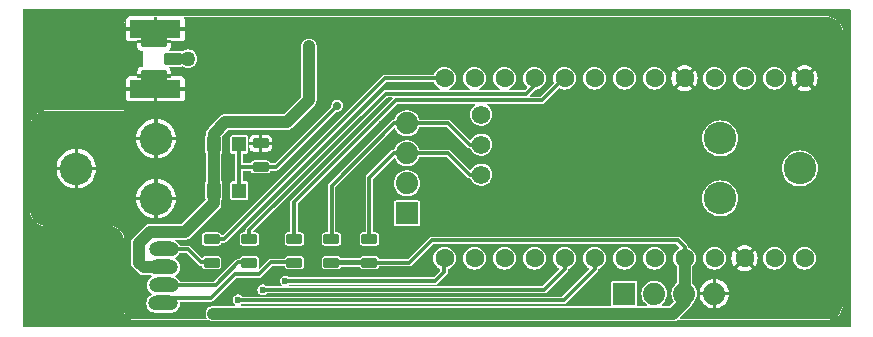
<source format=gbr>
%TF.GenerationSoftware,KiCad,Pcbnew,8.0.5*%
%TF.CreationDate,2024-11-26T22:05:53-06:00*%
%TF.ProjectId,Mini-Lora,4d696e69-2d4c-46f7-9261-2e6b69636164,rev?*%
%TF.SameCoordinates,Original*%
%TF.FileFunction,Copper,L1,Top*%
%TF.FilePolarity,Positive*%
%FSLAX46Y46*%
G04 Gerber Fmt 4.6, Leading zero omitted, Abs format (unit mm)*
G04 Created by KiCad (PCBNEW 8.0.5) date 2024-11-26 22:05:53*
%MOMM*%
%LPD*%
G01*
G04 APERTURE LIST*
G04 Aperture macros list*
%AMRoundRect*
0 Rectangle with rounded corners*
0 $1 Rounding radius*
0 $2 $3 $4 $5 $6 $7 $8 $9 X,Y pos of 4 corners*
0 Add a 4 corners polygon primitive as box body*
4,1,4,$2,$3,$4,$5,$6,$7,$8,$9,$2,$3,0*
0 Add four circle primitives for the rounded corners*
1,1,$1+$1,$2,$3*
1,1,$1+$1,$4,$5*
1,1,$1+$1,$6,$7*
1,1,$1+$1,$8,$9*
0 Add four rect primitives between the rounded corners*
20,1,$1+$1,$2,$3,$4,$5,0*
20,1,$1+$1,$4,$5,$6,$7,0*
20,1,$1+$1,$6,$7,$8,$9,0*
20,1,$1+$1,$8,$9,$2,$3,0*%
G04 Aperture macros list end*
%TA.AperFunction,ComponentPad*%
%ADD10R,1.879600X1.879600*%
%TD*%
%TA.AperFunction,ComponentPad*%
%ADD11C,1.879600*%
%TD*%
%TA.AperFunction,ComponentPad*%
%ADD12C,2.743200*%
%TD*%
%TA.AperFunction,ComponentPad*%
%ADD13C,1.600000*%
%TD*%
%TA.AperFunction,ComponentPad*%
%ADD14C,1.574800*%
%TD*%
%TA.AperFunction,ComponentPad*%
%ADD15O,2.540000X1.270000*%
%TD*%
%TA.AperFunction,SMDPad,CuDef*%
%ADD16RoundRect,0.100000X-0.550000X0.300000X-0.550000X-0.300000X0.550000X-0.300000X0.550000X0.300000X0*%
%TD*%
%TA.AperFunction,SMDPad,CuDef*%
%ADD17RoundRect,0.101600X-0.660400X-0.406400X0.660400X-0.406400X0.660400X0.406400X-0.660400X0.406400X0*%
%TD*%
%TA.AperFunction,ComponentPad*%
%ADD18C,1.270000*%
%TD*%
%TA.AperFunction,SMDPad,CuDef*%
%ADD19RoundRect,0.101600X-0.998400X-0.406400X0.998400X-0.406400X0.998400X0.406400X-0.998400X0.406400X0*%
%TD*%
%TA.AperFunction,SMDPad,CuDef*%
%ADD20R,4.318000X1.524000*%
%TD*%
%TA.AperFunction,SMDPad,CuDef*%
%ADD21R,1.150000X1.300000*%
%TD*%
%TA.AperFunction,ViaPad*%
%ADD22C,0.600000*%
%TD*%
%TA.AperFunction,ViaPad*%
%ADD23C,1.000000*%
%TD*%
%TA.AperFunction,ViaPad*%
%ADD24C,0.711200*%
%TD*%
%TA.AperFunction,Conductor*%
%ADD25C,0.304800*%
%TD*%
%TA.AperFunction,Conductor*%
%ADD26C,1.016000*%
%TD*%
%TA.AperFunction,Conductor*%
%ADD27C,0.200000*%
%TD*%
%TA.AperFunction,Conductor*%
%ADD28C,0.609600*%
%TD*%
%TA.AperFunction,Conductor*%
%ADD29C,0.406400*%
%TD*%
G04 APERTURE END LIST*
D10*
%TO.P,I2C1,1,1*%
%TO.N,/A2*%
X164388800Y-115620800D03*
D11*
%TO.P,I2C1,2,2*%
%TO.N,/A3*%
X166935150Y-115633500D03*
%TO.P,I2C1,3,3*%
%TO.N,+3V3*%
X169475150Y-115620800D03*
%TO.P,I2C1,4,4*%
%TO.N,GND*%
X172015150Y-115633500D03*
%TD*%
D12*
%TO.P,BAT3,GND,-*%
%TO.N,GND*%
X124750000Y-107580000D03*
X124750000Y-102500000D03*
X118002000Y-105040000D03*
%TO.P,BAT3,PWR,+*%
%TO.N,+BATT*%
X179258000Y-105020000D03*
X172510000Y-107560000D03*
X172510000Y-102480000D03*
%TD*%
D13*
%TO.P,MOD1,1,BAT-*%
%TO.N,GND*%
X179650000Y-97400000D03*
%TO.P,MOD1,2,P0.06*%
%TO.N,/TX*%
X177110000Y-97400000D03*
%TO.P,MOD1,3,P0.08*%
%TO.N,/RX*%
X174570000Y-97400000D03*
%TO.P,MOD1,4,GND*%
%TO.N,unconnected-(MOD1-GND-Pad4)*%
X172030000Y-97400000D03*
%TO.P,MOD1,5,GND*%
%TO.N,GND*%
X169490000Y-97400000D03*
%TO.P,MOD1,6,P0.17*%
%TO.N,/DIO3*%
X166950000Y-97400000D03*
%TO.P,MOD1,7,P0.20*%
%TO.N,/D3*%
X164410000Y-97400000D03*
%TO.P,MOD1,8,P0.22*%
%TO.N,/DIO0*%
X161870000Y-97400000D03*
%TO.P,MOD1,9,P0.24*%
%TO.N,/BLUE*%
X159330000Y-97400000D03*
%TO.P,MOD1,10,P1.00*%
%TO.N,/GREEN*%
X156790000Y-97400000D03*
%TO.P,MOD1,11,P0.11*%
%TO.N,/DIO1*%
X154250000Y-97400000D03*
%TO.P,MOD1,12,P1.04*%
%TO.N,/DIO2*%
X151710000Y-97400000D03*
%TO.P,MOD1,13,P1.06*%
%TO.N,/RED*%
X149170000Y-97400000D03*
%TO.P,MOD1,14,P0.09*%
%TO.N,/SS*%
X149170010Y-112640010D03*
%TO.P,MOD1,15,P1.10*%
%TO.N,/MOSI*%
X151710010Y-112640010D03*
%TO.P,MOD1,16,P1.11*%
%TO.N,/MISO*%
X154250010Y-112640010D03*
%TO.P,MOD1,17,P1.13*%
%TO.N,/SCK*%
X156790010Y-112640010D03*
%TO.P,MOD1,18,P1.15*%
%TO.N,/RESET*%
X159330010Y-112640010D03*
%TO.P,MOD1,19,P0.02*%
%TO.N,/DIO5*%
X161870010Y-112640010D03*
%TO.P,MOD1,20,P0.29*%
%TO.N,/A2*%
X164410010Y-112640010D03*
%TO.P,MOD1,21,P0.31*%
%TO.N,/A3*%
X166950010Y-112640010D03*
%TO.P,MOD1,22,VCC*%
%TO.N,+3V3*%
X169490010Y-112640010D03*
%TO.P,MOD1,23,RST*%
%TO.N,unconnected-(MOD1-RST-Pad23)*%
X172030010Y-112640010D03*
%TO.P,MOD1,24,GND*%
%TO.N,GND*%
X174570010Y-112640010D03*
%TO.P,MOD1,25,RAW*%
%TO.N,VCC*%
X177110010Y-112640010D03*
%TO.P,MOD1,26,BAT+*%
%TO.N,+BATT*%
X179650010Y-112640010D03*
D14*
%TO.P,MOD1,27,P1.01*%
%TO.N,/DIO4*%
X152264800Y-100480000D03*
%TO.P,MOD1,28,P1.02*%
%TO.N,/SDA*%
X152264800Y-103020000D03*
%TO.P,MOD1,29,P1.07*%
%TO.N,/SCL*%
X152264800Y-105560000D03*
%TD*%
D15*
%TO.P,RGB0,1,RED*%
%TO.N,Net-(RGB0-RED)*%
X125381800Y-111876000D03*
%TO.P,RGB0,2,VCC*%
%TO.N,+3V3*%
X125350000Y-113400000D03*
%TO.P,RGB0,3,GREEN*%
%TO.N,Net-(RGB0-GREEN)*%
X125381800Y-114924000D03*
%TO.P,RGB0,4,BLUE*%
%TO.N,Net-(RGB0-BLUE)*%
X125350000Y-116448000D03*
%TD*%
D16*
%TO.P,R6,1,1*%
%TO.N,/GREEN*%
X132650000Y-111000000D03*
%TO.P,R6,2,2*%
%TO.N,Net-(RGB0-GREEN)*%
X132650000Y-113000000D03*
%TD*%
%TO.P,R5,1,1*%
%TO.N,/BLUE*%
X136450000Y-111000000D03*
%TO.P,R5,2,2*%
%TO.N,Net-(RGB0-BLUE)*%
X136450000Y-113000000D03*
%TD*%
%TO.P,R4,1,1*%
%TO.N,/RED*%
X129450000Y-111000000D03*
%TO.P,R4,2,2*%
%TO.N,Net-(RGB0-RED)*%
X129450000Y-113000000D03*
%TD*%
%TO.P,R3,1,1*%
%TO.N,GND*%
X133600000Y-102900000D03*
%TO.P,R3,2,2*%
%TO.N,/D3*%
X133600000Y-104900000D03*
%TD*%
%TO.P,R2,1,1*%
%TO.N,/SCL*%
X142800000Y-111000000D03*
%TO.P,R2,2,2*%
%TO.N,+3V3*%
X142800000Y-113000000D03*
%TD*%
%TO.P,R1,1,1*%
%TO.N,/SDA*%
X139600000Y-111000000D03*
%TO.P,R1,2,2*%
%TO.N,+3V3*%
X139600000Y-113000000D03*
%TD*%
D17*
%TO.P,J$2,ANT1,SIGNAL*%
%TO.N,Net-(U1-ANT)*%
X126193250Y-95740000D03*
D18*
%TO.P,J$2,ANT2,SIGNAL*%
X127430500Y-95740000D03*
D19*
%TO.P,J$2,GND1,GND@0*%
%TO.N,GND*%
X124573000Y-97210250D03*
%TO.P,J$2,GND2,GND@1*%
X124573000Y-94269750D03*
D20*
%TO.P,J$2,GND3,GND@2*%
X124700000Y-93200000D03*
%TO.P,J$2,GND4,GND@3*%
X124700000Y-98280000D03*
%TD*%
D10*
%TO.P,I2C0,1,1*%
%TO.N,Net-(I2C0-Pad1)*%
X145987300Y-108826350D03*
D11*
%TO.P,I2C0,2,2*%
%TO.N,Net-(I2C0-Pad2)*%
X146000000Y-106280000D03*
%TO.P,I2C0,3,3*%
%TO.N,/SCL*%
X145987300Y-103740000D03*
%TO.P,I2C0,4,4*%
%TO.N,/SDA*%
X146000000Y-101200000D03*
%TD*%
D21*
%TO.P,BTN0,1,A0*%
%TO.N,+3V3*%
X129625000Y-106900000D03*
%TO.P,BTN0,2,A1*%
X129625000Y-103000000D03*
%TO.P,BTN0,3,B0*%
%TO.N,/D3*%
X131775000Y-106900000D03*
%TO.P,BTN0,4,B1*%
X131775000Y-103000000D03*
%TD*%
D22*
%TO.N,GND*%
X182524400Y-106680000D03*
X182575200Y-104140000D03*
X182549800Y-101600000D03*
X182549800Y-99060000D03*
X182549800Y-96520000D03*
X182524400Y-93980000D03*
X180898800Y-92481400D03*
X178358800Y-96367600D03*
X175818800Y-96393000D03*
X173304200Y-96342200D03*
X178333400Y-92481400D03*
X175818800Y-92481400D03*
X173253400Y-92481400D03*
X170713400Y-92481400D03*
X170865800Y-96316800D03*
X168097200Y-96393000D03*
X168173400Y-92456000D03*
X165633400Y-92481400D03*
X165633400Y-96520000D03*
X152958800Y-96570800D03*
X155524200Y-96545400D03*
X158064200Y-96570800D03*
X160629600Y-96596200D03*
X163118800Y-96469200D03*
X163118800Y-92481400D03*
X160553400Y-92481400D03*
X158038800Y-92481400D03*
X155473400Y-92481400D03*
X152958800Y-92456000D03*
X150393400Y-92456000D03*
X163100000Y-98300000D03*
X160600000Y-98300000D03*
X155500000Y-98000000D03*
X153000000Y-98000000D03*
X150400000Y-97900000D03*
X150400000Y-96500000D03*
X148100000Y-96600000D03*
X146500000Y-96600000D03*
X144800000Y-96600000D03*
X146500000Y-98000000D03*
X148000000Y-98000000D03*
X144800000Y-98000000D03*
X143900000Y-101300000D03*
X144900000Y-102500000D03*
X128600000Y-97800000D03*
X131300000Y-93800000D03*
X129500000Y-93800000D03*
X129000000Y-92600000D03*
X122400000Y-96800000D03*
X122400000Y-94600000D03*
X122400000Y-95700000D03*
X123300000Y-95700000D03*
X151000000Y-108400000D03*
X134700000Y-114500000D03*
X132700000Y-115500000D03*
X128300000Y-117300000D03*
X123900000Y-117400000D03*
X122500000Y-115700000D03*
X123700000Y-115700000D03*
X123700000Y-114500000D03*
X122500000Y-113800000D03*
X122700000Y-117200000D03*
X126900000Y-117100000D03*
X130700000Y-116200000D03*
X121600000Y-109000000D03*
X121500000Y-100900000D03*
X124800000Y-105000000D03*
X121600000Y-105100000D03*
X118000000Y-101000000D03*
X118000000Y-109000000D03*
X115000000Y-105000000D03*
X115000000Y-109000000D03*
X115000000Y-101000000D03*
X130800000Y-104900000D03*
X170700000Y-114100000D03*
X173300000Y-114000000D03*
X175800000Y-114000000D03*
X173300000Y-117000000D03*
X170700000Y-117100000D03*
X163100000Y-113500000D03*
X165700000Y-113600000D03*
X168200000Y-113500000D03*
X162500000Y-116200000D03*
X160500000Y-116200000D03*
X175800000Y-117000000D03*
X178300000Y-117000000D03*
X178300000Y-114000000D03*
X181000000Y-117000000D03*
X182143400Y-116789200D03*
X182397400Y-114249200D03*
X182346600Y-111760000D03*
X182372000Y-109194600D03*
X173200000Y-110000000D03*
X167000000Y-109900000D03*
X164400000Y-109900000D03*
X161800000Y-109900000D03*
X170400000Y-110100000D03*
X170400000Y-100000000D03*
X168000000Y-98900000D03*
X165700000Y-99000000D03*
X163600000Y-99900000D03*
X159900000Y-99900000D03*
X155800000Y-100700000D03*
X155800000Y-102900000D03*
X153400000Y-104300000D03*
X153400000Y-101700000D03*
X153600000Y-100000000D03*
X151400000Y-101700000D03*
X150000000Y-100400000D03*
X147500000Y-100500000D03*
X147300000Y-102500000D03*
X150900000Y-103900000D03*
X150500000Y-106100000D03*
X147400000Y-105000000D03*
X139200000Y-94900000D03*
X127600000Y-93500000D03*
X127600000Y-92600000D03*
X131000000Y-92600000D03*
X147000000Y-92600000D03*
X145000000Y-92600000D03*
X143000000Y-92600000D03*
X141000000Y-92600000D03*
X139000000Y-92600000D03*
X137000000Y-92600000D03*
X135000000Y-92600000D03*
X133000000Y-92600000D03*
X134700000Y-99300000D03*
X132800000Y-99200000D03*
X131700000Y-99600000D03*
X137200000Y-101400000D03*
X138900000Y-99500000D03*
X135200000Y-102900000D03*
X146900000Y-113600000D03*
X145100000Y-113800000D03*
X145700000Y-111500000D03*
X144000000Y-108500000D03*
X144000000Y-105800000D03*
X141000000Y-109600000D03*
X141500000Y-106100000D03*
X128000000Y-111200000D03*
X130500000Y-109500000D03*
X133200000Y-106400000D03*
X167500000Y-102300000D03*
X164700000Y-103200000D03*
X161500000Y-106000000D03*
X161500000Y-104000000D03*
X158300000Y-101400000D03*
X158300000Y-104300000D03*
X158400000Y-107300000D03*
X158100000Y-109700000D03*
X148600000Y-108400000D03*
X153100000Y-108300000D03*
D23*
%TO.N,+3V3*%
X137689915Y-94700000D03*
X129600000Y-117309944D03*
D22*
%TO.N,/DIO5*%
X131689915Y-116150000D03*
%TO.N,/RESET*%
X133784915Y-115300000D03*
%TO.N,/SS*%
X135689915Y-114550000D03*
D24*
%TO.N,GND*%
X135000000Y-110000000D03*
X129600000Y-99600000D03*
X130800000Y-99500000D03*
X128500000Y-99400000D03*
X131400000Y-95300000D03*
X127609415Y-98717144D03*
X122750000Y-99800000D03*
X126800000Y-99796644D03*
X125250000Y-99800000D03*
X124000000Y-99796644D03*
X127545915Y-97383644D03*
X127400000Y-94500000D03*
X126400000Y-94660500D03*
X128300000Y-94700000D03*
X128800000Y-95500000D03*
X130200000Y-95224644D03*
X138658415Y-108813644D03*
X179996915Y-99987144D03*
%TO.N,/D3*%
X140100000Y-99700000D03*
%TD*%
D25*
%TO.N,Net-(RGB0-BLUE)*%
X125804659Y-116000000D02*
X125371015Y-116433644D01*
X129400000Y-116000000D02*
X125804659Y-116000000D01*
X133450000Y-114000000D02*
X131400000Y-114000000D01*
X134461356Y-112988644D02*
X133450000Y-114000000D01*
X131400000Y-114000000D02*
X129400000Y-116000000D01*
X136435915Y-112988644D02*
X134461356Y-112988644D01*
%TO.N,Net-(RGB0-GREEN)*%
X129790356Y-114909644D02*
X125402815Y-114909644D01*
X131711356Y-112988644D02*
X129790356Y-114909644D01*
X132625915Y-112988644D02*
X131711356Y-112988644D01*
D26*
%TO.N,+3V3*%
X169490010Y-116359990D02*
X169490010Y-112640010D01*
X129600000Y-117309944D02*
X168540056Y-117309944D01*
X168540056Y-117309944D02*
X169490010Y-116359990D01*
X129625000Y-107975000D02*
X129625000Y-106900000D01*
X123300000Y-113000000D02*
X123300000Y-111300000D01*
X124200000Y-110400000D02*
X127200000Y-110400000D01*
X127200000Y-110400000D02*
X129625000Y-107975000D01*
X123700000Y-113400000D02*
X123300000Y-113000000D01*
X123300000Y-111300000D02*
X124200000Y-110400000D01*
X125350000Y-113400000D02*
X123700000Y-113400000D01*
D25*
%TO.N,/SCL*%
X142800000Y-105800000D02*
X142800000Y-111000000D01*
X144866356Y-103733644D02*
X142800000Y-105800000D01*
X145954565Y-103733644D02*
X144866356Y-103733644D01*
X151310000Y-105570000D02*
X152267430Y-105570000D01*
X149480000Y-103740000D02*
X151310000Y-105570000D01*
X145987300Y-103740000D02*
X149480000Y-103740000D01*
%TO.N,/SDA*%
X146000000Y-101200000D02*
X149485000Y-101200000D01*
%TO.N,+3V3*%
X169490010Y-111690010D02*
X169490010Y-112640010D01*
X168900000Y-111100000D02*
X169490010Y-111690010D01*
X146200000Y-113000000D02*
X148100000Y-111100000D01*
X142800000Y-113000000D02*
X146200000Y-113000000D01*
X148100000Y-111100000D02*
X168900000Y-111100000D01*
D26*
X135800000Y-101100000D02*
X137689915Y-99210085D01*
X130600000Y-101100000D02*
X135800000Y-101100000D01*
X129625000Y-102075000D02*
X130600000Y-101100000D01*
X137689915Y-99210085D02*
X137689915Y-94700000D01*
X129625000Y-103000000D02*
X129625000Y-102075000D01*
D25*
%TO.N,/D3*%
X131800000Y-104900000D02*
X131775000Y-104925000D01*
X133600000Y-104900000D02*
X131800000Y-104900000D01*
X131775000Y-104925000D02*
X131775000Y-103000000D01*
X131775000Y-104925000D02*
X131775000Y-106900000D01*
X134900000Y-104900000D02*
X133600000Y-104900000D01*
X140100000Y-99700000D02*
X134900000Y-104900000D01*
%TO.N,/GREEN*%
X156755915Y-98018644D02*
X156755915Y-97383644D01*
X144200000Y-98700000D02*
X156074559Y-98700000D01*
X156074559Y-98700000D02*
X156755915Y-98018644D01*
X132625915Y-110274085D02*
X144200000Y-98700000D01*
X132625915Y-110988644D02*
X132625915Y-110274085D01*
%TO.N,/BLUE*%
X136435915Y-110988644D02*
X136800915Y-110988644D01*
X157429559Y-99250000D02*
X145050000Y-99250000D01*
X145050000Y-99250000D02*
X136435915Y-107864085D01*
X159295915Y-97383644D02*
X157429559Y-99250000D01*
X136435915Y-107864085D02*
X136435915Y-110988644D01*
%TO.N,/SCL*%
X142797271Y-111000000D02*
X142785915Y-110988644D01*
X142800000Y-111000000D02*
X142797271Y-111000000D01*
%TO.N,/SDA*%
X144906356Y-101193644D02*
X146189515Y-101193644D01*
X139610915Y-106489085D02*
X144906356Y-101193644D01*
X139610915Y-110988644D02*
X139610915Y-106489085D01*
%TO.N,/RED*%
X144116356Y-97383644D02*
X130500000Y-111000000D01*
X130500000Y-111000000D02*
X129450000Y-111000000D01*
X149135915Y-97383644D02*
X144116356Y-97383644D01*
D26*
%TO.N,+3V3*%
X129625000Y-106900000D02*
X129625000Y-103000000D01*
D25*
%TO.N,/DIO5*%
X131739915Y-116200000D02*
X159250000Y-116200000D01*
X131689915Y-116150000D02*
X131739915Y-116200000D01*
X161870010Y-113579990D02*
X161870010Y-112640010D01*
X159250000Y-116200000D02*
X161870010Y-113579990D01*
%TO.N,/RESET*%
X159330010Y-113569990D02*
X159330010Y-112640010D01*
X157600000Y-115300000D02*
X159330010Y-113569990D01*
X133784915Y-115300000D02*
X157600000Y-115300000D01*
%TO.N,/SS*%
X135689915Y-114550000D02*
X148400000Y-114550000D01*
X149135915Y-113814085D02*
X149135915Y-112623644D01*
X148400000Y-114550000D02*
X149135915Y-113814085D01*
D27*
%TO.N,/DIO4*%
X152037631Y-100260201D02*
X152267430Y-100490000D01*
D25*
%TO.N,Net-(RGB0-RED)*%
X129450915Y-112988644D02*
X128545915Y-112988644D01*
X127418915Y-111861644D02*
X128545915Y-112988644D01*
X125402815Y-111861644D02*
X127418915Y-111861644D01*
D28*
%TO.N,Net-(U1-ANT)*%
X126181665Y-95732644D02*
X127418915Y-95732644D01*
D29*
%TO.N,+3V3*%
X139594915Y-113004644D02*
X139610915Y-112988644D01*
D25*
%TO.N,GND*%
X117862915Y-105003644D02*
X117999915Y-104993644D01*
X117830415Y-105003644D02*
X117862915Y-105003644D01*
D29*
%TO.N,+3V3*%
X139610915Y-112988644D02*
X142785915Y-112988644D01*
D25*
%TO.N,/D3*%
X131814415Y-106908644D02*
X131795915Y-106890144D01*
%TO.N,/SDA*%
X151380000Y-103030000D02*
X152267430Y-103030000D01*
X149485000Y-101200000D02*
X151315000Y-103030000D01*
%TD*%
%TA.AperFunction,Conductor*%
%TO.N,GND*%
G36*
X124833694Y-92208150D02*
G01*
X124852000Y-92252344D01*
X124852000Y-93048000D01*
X127162999Y-93048000D01*
X127162999Y-92392611D01*
X127160050Y-92367192D01*
X127160050Y-92367191D01*
X127120487Y-92277589D01*
X127119383Y-92229766D01*
X127152417Y-92195169D01*
X127177662Y-92189844D01*
X181475307Y-92189844D01*
X181476253Y-92189988D01*
X181485023Y-92189890D01*
X181485024Y-92189891D01*
X181486861Y-92189870D01*
X181491739Y-92190007D01*
X181703558Y-92204291D01*
X181713241Y-92205713D01*
X181917801Y-92252405D01*
X181927156Y-92255329D01*
X181943253Y-92261786D01*
X182121881Y-92333441D01*
X182130669Y-92337795D01*
X182310777Y-92445406D01*
X182318775Y-92451081D01*
X182479832Y-92585543D01*
X182486844Y-92592400D01*
X182624882Y-92750398D01*
X182630729Y-92758258D01*
X182742357Y-92935915D01*
X182746904Y-92944599D01*
X182829365Y-93137525D01*
X182832501Y-93146818D01*
X182883766Y-93350268D01*
X182885408Y-93359936D01*
X182891989Y-93433056D01*
X182904150Y-93568176D01*
X182904463Y-93571648D01*
X182904715Y-93577251D01*
X182904715Y-116420196D01*
X182904441Y-116422066D01*
X182904661Y-116431475D01*
X182904583Y-116436387D01*
X182893263Y-116640937D01*
X182891954Y-116650656D01*
X182849299Y-116848485D01*
X182846486Y-116857881D01*
X182773405Y-117046604D01*
X182769157Y-117055443D01*
X182667452Y-117230415D01*
X182661873Y-117238482D01*
X182534050Y-117395385D01*
X182527278Y-117402479D01*
X182376485Y-117537455D01*
X182368686Y-117543403D01*
X182198632Y-117653126D01*
X182189999Y-117657780D01*
X182004875Y-117739549D01*
X181995621Y-117742796D01*
X181799983Y-117794600D01*
X181790335Y-117796359D01*
X181662150Y-117809449D01*
X181587022Y-117817121D01*
X181580680Y-117817444D01*
X169118098Y-117817444D01*
X169073904Y-117799138D01*
X169055598Y-117754944D01*
X169073904Y-117710750D01*
X169489889Y-117294765D01*
X170003365Y-116781289D01*
X170075692Y-116673044D01*
X170125512Y-116552767D01*
X170132740Y-116516425D01*
X170151931Y-116482433D01*
X170286124Y-116360101D01*
X170408162Y-116198497D01*
X170498427Y-116017220D01*
X170553846Y-115822443D01*
X170555259Y-115807194D01*
X170572531Y-115620804D01*
X170572531Y-115620795D01*
X170559623Y-115481500D01*
X170779896Y-115481500D01*
X171590004Y-115481500D01*
X171565150Y-115574256D01*
X171565150Y-115692744D01*
X171590004Y-115785500D01*
X170779897Y-115785500D01*
X170785566Y-115850305D01*
X170785569Y-115850321D01*
X170841892Y-116060519D01*
X170841898Y-116060535D01*
X170933870Y-116257772D01*
X170933872Y-116257774D01*
X171058704Y-116436054D01*
X171212595Y-116589945D01*
X171390875Y-116714777D01*
X171390877Y-116714779D01*
X171588114Y-116806751D01*
X171588130Y-116806757D01*
X171798331Y-116863081D01*
X171798340Y-116863082D01*
X171863150Y-116868752D01*
X171863150Y-116058645D01*
X171955906Y-116083500D01*
X172074394Y-116083500D01*
X172167150Y-116058645D01*
X172167150Y-116868751D01*
X172231959Y-116863082D01*
X172231968Y-116863081D01*
X172442169Y-116806757D01*
X172442185Y-116806751D01*
X172639422Y-116714779D01*
X172639424Y-116714777D01*
X172817704Y-116589945D01*
X172971595Y-116436054D01*
X173096427Y-116257774D01*
X173096429Y-116257772D01*
X173188401Y-116060535D01*
X173188407Y-116060519D01*
X173244730Y-115850321D01*
X173244733Y-115850305D01*
X173250403Y-115785500D01*
X172440296Y-115785500D01*
X172465150Y-115692744D01*
X172465150Y-115574256D01*
X172440296Y-115481500D01*
X173250403Y-115481500D01*
X173244733Y-115416694D01*
X173244730Y-115416678D01*
X173188405Y-115206473D01*
X173188404Y-115206471D01*
X173096427Y-115009225D01*
X172971595Y-114830945D01*
X172817704Y-114677054D01*
X172639424Y-114552222D01*
X172639422Y-114552220D01*
X172442185Y-114460248D01*
X172442169Y-114460242D01*
X172231971Y-114403919D01*
X172231955Y-114403916D01*
X172167150Y-114398246D01*
X172167150Y-115208354D01*
X172074394Y-115183500D01*
X171955906Y-115183500D01*
X171863150Y-115208354D01*
X171863150Y-114398246D01*
X171798344Y-114403916D01*
X171798328Y-114403919D01*
X171588123Y-114460244D01*
X171588121Y-114460245D01*
X171390875Y-114552222D01*
X171212595Y-114677054D01*
X171058704Y-114830945D01*
X170933872Y-115009225D01*
X170841895Y-115206471D01*
X170841894Y-115206473D01*
X170785569Y-115416678D01*
X170785566Y-115416694D01*
X170779896Y-115481500D01*
X170559623Y-115481500D01*
X170553847Y-115419164D01*
X170553845Y-115419153D01*
X170526099Y-115321638D01*
X170498427Y-115224380D01*
X170408162Y-115043103D01*
X170286124Y-114881499D01*
X170257560Y-114855459D01*
X170171304Y-114776825D01*
X170150977Y-114733523D01*
X170150910Y-114730637D01*
X170150910Y-113359124D01*
X170166781Y-113320806D01*
X170165125Y-113319447D01*
X170226800Y-113244295D01*
X170286151Y-113171975D01*
X170374635Y-113006434D01*
X170429123Y-112826811D01*
X170447521Y-112640010D01*
X170447521Y-112640009D01*
X171072499Y-112640009D01*
X171072499Y-112640010D01*
X171090896Y-112826809D01*
X171145386Y-113006437D01*
X171233865Y-113171969D01*
X171233873Y-113171980D01*
X171352945Y-113317071D01*
X171352948Y-113317074D01*
X171422093Y-113373819D01*
X171498045Y-113436151D01*
X171498048Y-113436152D01*
X171498050Y-113436154D01*
X171650565Y-113517675D01*
X171663586Y-113524635D01*
X171843209Y-113579123D01*
X172030010Y-113597521D01*
X172216811Y-113579123D01*
X172396434Y-113524635D01*
X172561975Y-113436151D01*
X172707073Y-113317073D01*
X172826151Y-113171975D01*
X172914635Y-113006434D01*
X172969123Y-112826811D01*
X172987521Y-112640010D01*
X172987521Y-112640005D01*
X173461280Y-112640005D01*
X173461280Y-112640014D01*
X173480156Y-112843731D01*
X173480158Y-112843742D01*
X173536150Y-113040529D01*
X173627351Y-113223684D01*
X173689317Y-113305740D01*
X174156634Y-112838422D01*
X174204159Y-112920737D01*
X174289283Y-113005861D01*
X174371595Y-113053384D01*
X173900978Y-113524001D01*
X173901846Y-113524792D01*
X174075806Y-113632503D01*
X174266597Y-113706416D01*
X174467704Y-113744009D01*
X174467712Y-113744010D01*
X174672308Y-113744010D01*
X174672315Y-113744009D01*
X174873422Y-113706416D01*
X175064213Y-113632503D01*
X175238170Y-113524794D01*
X175238171Y-113524793D01*
X175239040Y-113524000D01*
X174768424Y-113053384D01*
X174850737Y-113005861D01*
X174935861Y-112920737D01*
X174983384Y-112838423D01*
X175450701Y-113305740D01*
X175512670Y-113223680D01*
X175603869Y-113040529D01*
X175659861Y-112843742D01*
X175659863Y-112843731D01*
X175678740Y-112640014D01*
X175678740Y-112640009D01*
X176152499Y-112640009D01*
X176152499Y-112640010D01*
X176170896Y-112826809D01*
X176225386Y-113006437D01*
X176313865Y-113171969D01*
X176313873Y-113171980D01*
X176432945Y-113317071D01*
X176432948Y-113317074D01*
X176502093Y-113373819D01*
X176578045Y-113436151D01*
X176578048Y-113436152D01*
X176578050Y-113436154D01*
X176730565Y-113517675D01*
X176743586Y-113524635D01*
X176923209Y-113579123D01*
X177110010Y-113597521D01*
X177296811Y-113579123D01*
X177476434Y-113524635D01*
X177641975Y-113436151D01*
X177787073Y-113317073D01*
X177906151Y-113171975D01*
X177994635Y-113006434D01*
X178049123Y-112826811D01*
X178067521Y-112640010D01*
X178067521Y-112640009D01*
X178692499Y-112640009D01*
X178692499Y-112640010D01*
X178710896Y-112826809D01*
X178765386Y-113006437D01*
X178853865Y-113171969D01*
X178853873Y-113171980D01*
X178972945Y-113317071D01*
X178972948Y-113317074D01*
X179042093Y-113373819D01*
X179118045Y-113436151D01*
X179118048Y-113436152D01*
X179118050Y-113436154D01*
X179270565Y-113517675D01*
X179283586Y-113524635D01*
X179463209Y-113579123D01*
X179650010Y-113597521D01*
X179836811Y-113579123D01*
X180016434Y-113524635D01*
X180181975Y-113436151D01*
X180327073Y-113317073D01*
X180446151Y-113171975D01*
X180534635Y-113006434D01*
X180589123Y-112826811D01*
X180607521Y-112640010D01*
X180602623Y-112590284D01*
X180590140Y-112463537D01*
X180589123Y-112453209D01*
X180534635Y-112273586D01*
X180516410Y-112239490D01*
X180446154Y-112108050D01*
X180446152Y-112108048D01*
X180446151Y-112108045D01*
X180327073Y-111962947D01*
X180181975Y-111843869D01*
X180181973Y-111843867D01*
X180181969Y-111843865D01*
X180016437Y-111755386D01*
X180016430Y-111755384D01*
X179899624Y-111719951D01*
X179836809Y-111700896D01*
X179650010Y-111682499D01*
X179463210Y-111700896D01*
X179283582Y-111755386D01*
X179118050Y-111843865D01*
X179118039Y-111843873D01*
X178972948Y-111962945D01*
X178972945Y-111962948D01*
X178853873Y-112108039D01*
X178853865Y-112108050D01*
X178765386Y-112273582D01*
X178710896Y-112453210D01*
X178692499Y-112640009D01*
X178067521Y-112640009D01*
X178062623Y-112590284D01*
X178050140Y-112463537D01*
X178049123Y-112453209D01*
X177994635Y-112273586D01*
X177976410Y-112239490D01*
X177906154Y-112108050D01*
X177906152Y-112108048D01*
X177906151Y-112108045D01*
X177787073Y-111962947D01*
X177641975Y-111843869D01*
X177641973Y-111843867D01*
X177641969Y-111843865D01*
X177476437Y-111755386D01*
X177476430Y-111755384D01*
X177359624Y-111719951D01*
X177296809Y-111700896D01*
X177110010Y-111682499D01*
X176923210Y-111700896D01*
X176743582Y-111755386D01*
X176578050Y-111843865D01*
X176578039Y-111843873D01*
X176432948Y-111962945D01*
X176432945Y-111962948D01*
X176313873Y-112108039D01*
X176313865Y-112108050D01*
X176225386Y-112273582D01*
X176170896Y-112453210D01*
X176152499Y-112640009D01*
X175678740Y-112640009D01*
X175678740Y-112640005D01*
X175659863Y-112436288D01*
X175659861Y-112436277D01*
X175603869Y-112239490D01*
X175512668Y-112056335D01*
X175450701Y-111974278D01*
X174983383Y-112441595D01*
X174935861Y-112359283D01*
X174850737Y-112274159D01*
X174768422Y-112226634D01*
X175239039Y-111756018D01*
X175238169Y-111755224D01*
X175064213Y-111647516D01*
X174873422Y-111573603D01*
X174672315Y-111536010D01*
X174467704Y-111536010D01*
X174266597Y-111573603D01*
X174075806Y-111647516D01*
X173901850Y-111755225D01*
X173900978Y-111756018D01*
X174371596Y-112226635D01*
X174289283Y-112274159D01*
X174204159Y-112359283D01*
X174156635Y-112441596D01*
X173689316Y-111974277D01*
X173627349Y-112056339D01*
X173536150Y-112239490D01*
X173480158Y-112436277D01*
X173480156Y-112436288D01*
X173461280Y-112640005D01*
X172987521Y-112640005D01*
X172982623Y-112590284D01*
X172970140Y-112463537D01*
X172969123Y-112453209D01*
X172914635Y-112273586D01*
X172896410Y-112239490D01*
X172826154Y-112108050D01*
X172826152Y-112108048D01*
X172826151Y-112108045D01*
X172707073Y-111962947D01*
X172561975Y-111843869D01*
X172561973Y-111843867D01*
X172561969Y-111843865D01*
X172396437Y-111755386D01*
X172396430Y-111755384D01*
X172279624Y-111719951D01*
X172216809Y-111700896D01*
X172030010Y-111682499D01*
X171843210Y-111700896D01*
X171663582Y-111755386D01*
X171498050Y-111843865D01*
X171498039Y-111843873D01*
X171352948Y-111962945D01*
X171352945Y-111962948D01*
X171233873Y-112108039D01*
X171233865Y-112108050D01*
X171145386Y-112273582D01*
X171090896Y-112453210D01*
X171072499Y-112640009D01*
X170447521Y-112640009D01*
X170442623Y-112590284D01*
X170430140Y-112463537D01*
X170429123Y-112453209D01*
X170374635Y-112273586D01*
X170356410Y-112239490D01*
X170286154Y-112108050D01*
X170286152Y-112108048D01*
X170286151Y-112108045D01*
X170167073Y-111962947D01*
X170021975Y-111843869D01*
X170021973Y-111843867D01*
X170021969Y-111843865D01*
X169856436Y-111755386D01*
X169856432Y-111755384D01*
X169839666Y-111750298D01*
X169802689Y-111719951D01*
X169795310Y-111690490D01*
X169795310Y-111649818D01*
X169795309Y-111649812D01*
X169776634Y-111580118D01*
X169776633Y-111580114D01*
X169776633Y-111580115D01*
X169774504Y-111572169D01*
X169774504Y-111572168D01*
X169763379Y-111552900D01*
X169734312Y-111502554D01*
X169734305Y-111502545D01*
X169087464Y-110855704D01*
X169087460Y-110855701D01*
X169087459Y-110855700D01*
X169017841Y-110815506D01*
X169006779Y-110812542D01*
X168995681Y-110809568D01*
X168940198Y-110794700D01*
X168940193Y-110794700D01*
X148059807Y-110794700D01*
X148059801Y-110794700D01*
X148002733Y-110809993D01*
X147993221Y-110812542D01*
X147982159Y-110815506D01*
X147982157Y-110815507D01*
X147982155Y-110815507D01*
X147912541Y-110855698D01*
X146091847Y-112676394D01*
X146047653Y-112694700D01*
X143658092Y-112694700D01*
X143613898Y-112676394D01*
X143596793Y-112644392D01*
X143595922Y-112640014D01*
X143588227Y-112601323D01*
X143532331Y-112517669D01*
X143487931Y-112488002D01*
X143448678Y-112461773D01*
X143448676Y-112461772D01*
X143374911Y-112447100D01*
X142225091Y-112447100D01*
X142225087Y-112447101D01*
X142151324Y-112461772D01*
X142151320Y-112461774D01*
X142067669Y-112517669D01*
X142011775Y-112601321D01*
X142009472Y-112604767D01*
X141969698Y-112631343D01*
X141957505Y-112632544D01*
X140442495Y-112632544D01*
X140398301Y-112614238D01*
X140390528Y-112604767D01*
X140388227Y-112601323D01*
X140332331Y-112517669D01*
X140287931Y-112488002D01*
X140248678Y-112461773D01*
X140248676Y-112461772D01*
X140174911Y-112447100D01*
X139025091Y-112447100D01*
X139025087Y-112447101D01*
X138951324Y-112461772D01*
X138951320Y-112461774D01*
X138867669Y-112517669D01*
X138811773Y-112601321D01*
X138811772Y-112601323D01*
X138797100Y-112675088D01*
X138797100Y-113324908D01*
X138797101Y-113324912D01*
X138811772Y-113398675D01*
X138811773Y-113398677D01*
X138867669Y-113482331D01*
X138925778Y-113521158D01*
X138951321Y-113538226D01*
X138951323Y-113538227D01*
X139025089Y-113552900D01*
X140174910Y-113552899D01*
X140248677Y-113538227D01*
X140332331Y-113482331D01*
X140388227Y-113398677D01*
X140388948Y-113395053D01*
X140415522Y-113355278D01*
X140450247Y-113344744D01*
X141949753Y-113344744D01*
X141993947Y-113363050D01*
X142011052Y-113395051D01*
X142011772Y-113398675D01*
X142011773Y-113398677D01*
X142067669Y-113482331D01*
X142125778Y-113521158D01*
X142151321Y-113538226D01*
X142151323Y-113538227D01*
X142225089Y-113552900D01*
X143374910Y-113552899D01*
X143448677Y-113538227D01*
X143532331Y-113482331D01*
X143588227Y-113398677D01*
X143596794Y-113355606D01*
X143623370Y-113315833D01*
X143658093Y-113305300D01*
X146240191Y-113305300D01*
X146240193Y-113305300D01*
X146317841Y-113284494D01*
X146334817Y-113274692D01*
X146334820Y-113274692D01*
X146375018Y-113251482D01*
X146387459Y-113244300D01*
X148208154Y-111423606D01*
X148252348Y-111405300D01*
X168747653Y-111405300D01*
X168791847Y-111423606D01*
X169064023Y-111695782D01*
X169082329Y-111739976D01*
X169064023Y-111784170D01*
X169049292Y-111795096D01*
X168958047Y-111843867D01*
X168958039Y-111843873D01*
X168812948Y-111962945D01*
X168812945Y-111962948D01*
X168693873Y-112108039D01*
X168693865Y-112108050D01*
X168605386Y-112273582D01*
X168550896Y-112453210D01*
X168532499Y-112640009D01*
X168532499Y-112640010D01*
X168550896Y-112826809D01*
X168605386Y-113006437D01*
X168693865Y-113171969D01*
X168693873Y-113171980D01*
X168814895Y-113319447D01*
X168813238Y-113320806D01*
X168829110Y-113359124D01*
X168829110Y-114703544D01*
X168810804Y-114747738D01*
X168808716Y-114749732D01*
X168664174Y-114881501D01*
X168664172Y-114881503D01*
X168542138Y-115043103D01*
X168451873Y-115224379D01*
X168396454Y-115419153D01*
X168396452Y-115419164D01*
X168377769Y-115620795D01*
X168377769Y-115620804D01*
X168396452Y-115822435D01*
X168396454Y-115822446D01*
X168419268Y-115902626D01*
X168451873Y-116017220D01*
X168542138Y-116198497D01*
X168551729Y-116211197D01*
X168584532Y-116254635D01*
X168596557Y-116300935D01*
X168578850Y-116336494D01*
X168284608Y-116630738D01*
X168240414Y-116649044D01*
X167590325Y-116649044D01*
X167546131Y-116630738D01*
X167527825Y-116586544D01*
X167546131Y-116542350D01*
X167557418Y-116533408D01*
X167596470Y-116509229D01*
X167746124Y-116372801D01*
X167868162Y-116211197D01*
X167958427Y-116029920D01*
X168013846Y-115835143D01*
X168024867Y-115716208D01*
X168032531Y-115633504D01*
X168032531Y-115633495D01*
X168013847Y-115431864D01*
X168013845Y-115431853D01*
X167975536Y-115297212D01*
X167958427Y-115237080D01*
X167868162Y-115055803D01*
X167746124Y-114894199D01*
X167639911Y-114797373D01*
X167596474Y-114757774D01*
X167596471Y-114757772D01*
X167596470Y-114757771D01*
X167424295Y-114651165D01*
X167424293Y-114651164D01*
X167369408Y-114629902D01*
X167235463Y-114578011D01*
X167235460Y-114578010D01*
X167235459Y-114578010D01*
X167036408Y-114540800D01*
X167036404Y-114540800D01*
X166833896Y-114540800D01*
X166833891Y-114540800D01*
X166634840Y-114578010D01*
X166446006Y-114651164D01*
X166273825Y-114757774D01*
X166124174Y-114894201D01*
X166124172Y-114894203D01*
X166002138Y-115055803D01*
X165911873Y-115237079D01*
X165856454Y-115431853D01*
X165856452Y-115431864D01*
X165837769Y-115633495D01*
X165837769Y-115633504D01*
X165856452Y-115835135D01*
X165856454Y-115835146D01*
X165909361Y-116021091D01*
X165911873Y-116029920D01*
X166002138Y-116211197D01*
X166087026Y-116323606D01*
X166114581Y-116360096D01*
X166124176Y-116372801D01*
X166202608Y-116444301D01*
X166273825Y-116509225D01*
X166273826Y-116509226D01*
X166273830Y-116509229D01*
X166312878Y-116533406D01*
X166340815Y-116572234D01*
X166333114Y-116619446D01*
X166294285Y-116647384D01*
X166279975Y-116649044D01*
X165543059Y-116649044D01*
X165498865Y-116630738D01*
X165480559Y-116586544D01*
X165481328Y-116578724D01*
X165481199Y-116578712D01*
X165481497Y-116575667D01*
X165481500Y-116575657D01*
X165481499Y-114665944D01*
X165472628Y-114621342D01*
X165438834Y-114570766D01*
X165388258Y-114536972D01*
X165388257Y-114536971D01*
X165352528Y-114529864D01*
X165343657Y-114528100D01*
X165343656Y-114528100D01*
X163433945Y-114528100D01*
X163433941Y-114528101D01*
X163389343Y-114536971D01*
X163389342Y-114536972D01*
X163338766Y-114570766D01*
X163304971Y-114621342D01*
X163296100Y-114665943D01*
X163296100Y-116575654D01*
X163296402Y-116578710D01*
X163294941Y-116578853D01*
X163286519Y-116621254D01*
X163246752Y-116647840D01*
X163234543Y-116649044D01*
X131963952Y-116649044D01*
X131919758Y-116630738D01*
X131901452Y-116586544D01*
X131919758Y-116542350D01*
X131930163Y-116533965D01*
X131959330Y-116515221D01*
X131993119Y-116505300D01*
X159290191Y-116505300D01*
X159290193Y-116505300D01*
X159367841Y-116484494D01*
X159386296Y-116473838D01*
X159386299Y-116473838D01*
X159437457Y-116444301D01*
X159437456Y-116444301D01*
X159437459Y-116444300D01*
X162114311Y-113767449D01*
X162154504Y-113697831D01*
X162155343Y-113694700D01*
X162157185Y-113687827D01*
X162175309Y-113620187D01*
X162175310Y-113620181D01*
X162175310Y-113589530D01*
X162193616Y-113545336D01*
X162219668Y-113529721D01*
X162227986Y-113527197D01*
X162236434Y-113524635D01*
X162401975Y-113436151D01*
X162547073Y-113317073D01*
X162666151Y-113171975D01*
X162754635Y-113006434D01*
X162809123Y-112826811D01*
X162827521Y-112640010D01*
X162827521Y-112640009D01*
X163452499Y-112640009D01*
X163452499Y-112640010D01*
X163470896Y-112826809D01*
X163525386Y-113006437D01*
X163613865Y-113171969D01*
X163613873Y-113171980D01*
X163732945Y-113317071D01*
X163732948Y-113317074D01*
X163802093Y-113373819D01*
X163878045Y-113436151D01*
X163878048Y-113436152D01*
X163878050Y-113436154D01*
X164030565Y-113517675D01*
X164043586Y-113524635D01*
X164223209Y-113579123D01*
X164410010Y-113597521D01*
X164596811Y-113579123D01*
X164776434Y-113524635D01*
X164941975Y-113436151D01*
X165087073Y-113317073D01*
X165206151Y-113171975D01*
X165294635Y-113006434D01*
X165349123Y-112826811D01*
X165367521Y-112640010D01*
X165367521Y-112640009D01*
X165992499Y-112640009D01*
X165992499Y-112640010D01*
X166010896Y-112826809D01*
X166065386Y-113006437D01*
X166153865Y-113171969D01*
X166153873Y-113171980D01*
X166272945Y-113317071D01*
X166272948Y-113317074D01*
X166342093Y-113373819D01*
X166418045Y-113436151D01*
X166418048Y-113436152D01*
X166418050Y-113436154D01*
X166570565Y-113517675D01*
X166583586Y-113524635D01*
X166763209Y-113579123D01*
X166950010Y-113597521D01*
X167136811Y-113579123D01*
X167316434Y-113524635D01*
X167481975Y-113436151D01*
X167627073Y-113317073D01*
X167746151Y-113171975D01*
X167834635Y-113006434D01*
X167889123Y-112826811D01*
X167907521Y-112640010D01*
X167902623Y-112590284D01*
X167890140Y-112463537D01*
X167889123Y-112453209D01*
X167834635Y-112273586D01*
X167816410Y-112239490D01*
X167746154Y-112108050D01*
X167746152Y-112108048D01*
X167746151Y-112108045D01*
X167627073Y-111962947D01*
X167481975Y-111843869D01*
X167481973Y-111843867D01*
X167481969Y-111843865D01*
X167316437Y-111755386D01*
X167316430Y-111755384D01*
X167199624Y-111719951D01*
X167136809Y-111700896D01*
X166950010Y-111682499D01*
X166763210Y-111700896D01*
X166583582Y-111755386D01*
X166418050Y-111843865D01*
X166418039Y-111843873D01*
X166272948Y-111962945D01*
X166272945Y-111962948D01*
X166153873Y-112108039D01*
X166153865Y-112108050D01*
X166065386Y-112273582D01*
X166010896Y-112453210D01*
X165992499Y-112640009D01*
X165367521Y-112640009D01*
X165362623Y-112590284D01*
X165350140Y-112463537D01*
X165349123Y-112453209D01*
X165294635Y-112273586D01*
X165276410Y-112239490D01*
X165206154Y-112108050D01*
X165206152Y-112108048D01*
X165206151Y-112108045D01*
X165087073Y-111962947D01*
X164941975Y-111843869D01*
X164941973Y-111843867D01*
X164941969Y-111843865D01*
X164776437Y-111755386D01*
X164776430Y-111755384D01*
X164659624Y-111719951D01*
X164596809Y-111700896D01*
X164410010Y-111682499D01*
X164223210Y-111700896D01*
X164043582Y-111755386D01*
X163878050Y-111843865D01*
X163878039Y-111843873D01*
X163732948Y-111962945D01*
X163732945Y-111962948D01*
X163613873Y-112108039D01*
X163613865Y-112108050D01*
X163525386Y-112273582D01*
X163470896Y-112453210D01*
X163452499Y-112640009D01*
X162827521Y-112640009D01*
X162822623Y-112590284D01*
X162810140Y-112463537D01*
X162809123Y-112453209D01*
X162754635Y-112273586D01*
X162736410Y-112239490D01*
X162666154Y-112108050D01*
X162666152Y-112108048D01*
X162666151Y-112108045D01*
X162547073Y-111962947D01*
X162401975Y-111843869D01*
X162401973Y-111843867D01*
X162401969Y-111843865D01*
X162236437Y-111755386D01*
X162236430Y-111755384D01*
X162119624Y-111719951D01*
X162056809Y-111700896D01*
X161870010Y-111682499D01*
X161683210Y-111700896D01*
X161503582Y-111755386D01*
X161338050Y-111843865D01*
X161338039Y-111843873D01*
X161192948Y-111962945D01*
X161192945Y-111962948D01*
X161073873Y-112108039D01*
X161073865Y-112108050D01*
X160985386Y-112273582D01*
X160930896Y-112453210D01*
X160912499Y-112640009D01*
X160912499Y-112640010D01*
X160930896Y-112826809D01*
X160985386Y-113006437D01*
X161073865Y-113171969D01*
X161073873Y-113171980D01*
X161192945Y-113317071D01*
X161192948Y-113317074D01*
X161262093Y-113373819D01*
X161338045Y-113436151D01*
X161338048Y-113436152D01*
X161338050Y-113436154D01*
X161377803Y-113457402D01*
X161422760Y-113481432D01*
X161453107Y-113518409D01*
X161448418Y-113566014D01*
X161437492Y-113580746D01*
X159141847Y-115876394D01*
X159097653Y-115894700D01*
X132096512Y-115894700D01*
X132052318Y-115876394D01*
X132049278Y-115873129D01*
X131989552Y-115804202D01*
X131989551Y-115804201D01*
X131879991Y-115733792D01*
X131879989Y-115733791D01*
X131879987Y-115733790D01*
X131755034Y-115697100D01*
X131755032Y-115697100D01*
X131624798Y-115697100D01*
X131624796Y-115697100D01*
X131499842Y-115733790D01*
X131390279Y-115804201D01*
X131304993Y-115902627D01*
X131250891Y-116021091D01*
X131232358Y-116150000D01*
X131250891Y-116278908D01*
X131291488Y-116367800D01*
X131304994Y-116397374D01*
X131390279Y-116495799D01*
X131449668Y-116533965D01*
X131476951Y-116573258D01*
X131468458Y-116620333D01*
X131429165Y-116647616D01*
X131415879Y-116649044D01*
X129534907Y-116649044D01*
X129407224Y-116674441D01*
X129286944Y-116724262D01*
X129178701Y-116796588D01*
X129086644Y-116888645D01*
X129014318Y-116996888D01*
X128964497Y-117117168D01*
X128939100Y-117244850D01*
X128939100Y-117375037D01*
X128964497Y-117502719D01*
X128964498Y-117502721D01*
X129014318Y-117622998D01*
X129014319Y-117622999D01*
X129079280Y-117720221D01*
X129088612Y-117767137D01*
X129062036Y-117806911D01*
X129027313Y-117817444D01*
X122786483Y-117817444D01*
X122780358Y-117817143D01*
X122643450Y-117803662D01*
X122631437Y-117801272D01*
X122518896Y-117767137D01*
X122502742Y-117762237D01*
X122491423Y-117757549D01*
X122372815Y-117694156D01*
X122362628Y-117687350D01*
X122258664Y-117602036D01*
X122250001Y-117593373D01*
X122164684Y-117489423D01*
X122157876Y-117479236D01*
X122134679Y-117435843D01*
X122094470Y-117360626D01*
X122089784Y-117349312D01*
X122086636Y-117338937D01*
X122050739Y-117220620D01*
X122048349Y-117208605D01*
X122034916Y-117072294D01*
X122034615Y-117066165D01*
X122034615Y-111234906D01*
X122639100Y-111234906D01*
X122639100Y-113065093D01*
X122664497Y-113192775D01*
X122714318Y-113313055D01*
X122786644Y-113421298D01*
X122786646Y-113421300D01*
X123184457Y-113819110D01*
X123184462Y-113819116D01*
X123278701Y-113913355D01*
X123386944Y-113985681D01*
X123386945Y-113985681D01*
X123386946Y-113985682D01*
X123507223Y-114035502D01*
X123634906Y-114060900D01*
X123634907Y-114060900D01*
X124266965Y-114060900D01*
X124301688Y-114071433D01*
X124341788Y-114098227D01*
X124341794Y-114098230D01*
X124348506Y-114101010D01*
X124372244Y-114110842D01*
X124406070Y-114144666D01*
X124406071Y-114192501D01*
X124375591Y-114222999D01*
X124376299Y-114224324D01*
X124373588Y-114225772D01*
X124244543Y-114311997D01*
X124134797Y-114421743D01*
X124048572Y-114550788D01*
X124048571Y-114550791D01*
X124019348Y-114621343D01*
X124000874Y-114665945D01*
X123989178Y-114694181D01*
X123969263Y-114794300D01*
X123958900Y-114846399D01*
X123958900Y-115001601D01*
X123989179Y-115153822D01*
X124030478Y-115253526D01*
X124048571Y-115297208D01*
X124048572Y-115297211D01*
X124134797Y-115426256D01*
X124244543Y-115536002D01*
X124373588Y-115622227D01*
X124376299Y-115623676D01*
X124375585Y-115625011D01*
X124406070Y-115655496D01*
X124406071Y-115703331D01*
X124372246Y-115737156D01*
X124341796Y-115749768D01*
X124341788Y-115749772D01*
X124212743Y-115835997D01*
X124102997Y-115945743D01*
X124016772Y-116074788D01*
X124016771Y-116074791D01*
X123957378Y-116218181D01*
X123927100Y-116370398D01*
X123927100Y-116525601D01*
X123956706Y-116674442D01*
X123957379Y-116677822D01*
X123972687Y-116714779D01*
X124016771Y-116821208D01*
X124016772Y-116821211D01*
X124102997Y-116950256D01*
X124212743Y-117060002D01*
X124341788Y-117146227D01*
X124341789Y-117146227D01*
X124341790Y-117146228D01*
X124485178Y-117205621D01*
X124637399Y-117235900D01*
X126062601Y-117235900D01*
X126214822Y-117205621D01*
X126358210Y-117146228D01*
X126487257Y-117060002D01*
X126597002Y-116950257D01*
X126683228Y-116821210D01*
X126742621Y-116677822D01*
X126772900Y-116525601D01*
X126772900Y-116370399D01*
X126772900Y-116370398D01*
X126772900Y-116367800D01*
X126791206Y-116323606D01*
X126835400Y-116305300D01*
X129440191Y-116305300D01*
X129440193Y-116305300D01*
X129517841Y-116284494D01*
X129527513Y-116278909D01*
X129527515Y-116278909D01*
X129587457Y-116244301D01*
X129587456Y-116244301D01*
X129587459Y-116244300D01*
X130531759Y-115300000D01*
X133327358Y-115300000D01*
X133345891Y-115428908D01*
X133398590Y-115544299D01*
X133399994Y-115547374D01*
X133485279Y-115645799D01*
X133594839Y-115716208D01*
X133594841Y-115716208D01*
X133594842Y-115716209D01*
X133719796Y-115752900D01*
X133719798Y-115752900D01*
X133850034Y-115752900D01*
X133946359Y-115724615D01*
X133974991Y-115716208D01*
X134084551Y-115645799D01*
X134100951Y-115626871D01*
X134143727Y-115605459D01*
X134148186Y-115605300D01*
X157640191Y-115605300D01*
X157640193Y-115605300D01*
X157717841Y-115584494D01*
X157752459Y-115564507D01*
X157787459Y-115544300D01*
X159574311Y-113757449D01*
X159614504Y-113687831D01*
X159616029Y-113682138D01*
X159621720Y-113660901D01*
X159621720Y-113660900D01*
X159635309Y-113610187D01*
X159635310Y-113610182D01*
X159635310Y-113589530D01*
X159653616Y-113545336D01*
X159679668Y-113529721D01*
X159687986Y-113527197D01*
X159696434Y-113524635D01*
X159861975Y-113436151D01*
X160007073Y-113317073D01*
X160126151Y-113171975D01*
X160214635Y-113006434D01*
X160269123Y-112826811D01*
X160287521Y-112640010D01*
X160282623Y-112590284D01*
X160270140Y-112463537D01*
X160269123Y-112453209D01*
X160214635Y-112273586D01*
X160196410Y-112239490D01*
X160126154Y-112108050D01*
X160126152Y-112108048D01*
X160126151Y-112108045D01*
X160007073Y-111962947D01*
X159861975Y-111843869D01*
X159861973Y-111843867D01*
X159861969Y-111843865D01*
X159696437Y-111755386D01*
X159696430Y-111755384D01*
X159579624Y-111719951D01*
X159516809Y-111700896D01*
X159330010Y-111682499D01*
X159143210Y-111700896D01*
X158963582Y-111755386D01*
X158798050Y-111843865D01*
X158798039Y-111843873D01*
X158652948Y-111962945D01*
X158652945Y-111962948D01*
X158533873Y-112108039D01*
X158533865Y-112108050D01*
X158445386Y-112273582D01*
X158390896Y-112453210D01*
X158372499Y-112640009D01*
X158372499Y-112640010D01*
X158390896Y-112826809D01*
X158445386Y-113006437D01*
X158533865Y-113171969D01*
X158533873Y-113171980D01*
X158652945Y-113317071D01*
X158652948Y-113317074D01*
X158722093Y-113373819D01*
X158798045Y-113436151D01*
X158798048Y-113436152D01*
X158798050Y-113436154D01*
X158832227Y-113454422D01*
X158876244Y-113477949D01*
X158906591Y-113514926D01*
X158901902Y-113562531D01*
X158890976Y-113577263D01*
X157491847Y-114976394D01*
X157447653Y-114994700D01*
X136040708Y-114994700D01*
X135996514Y-114976394D01*
X135978208Y-114932200D01*
X135993474Y-114891271D01*
X135999957Y-114883790D01*
X136005952Y-114876871D01*
X136048728Y-114855459D01*
X136053186Y-114855300D01*
X148440191Y-114855300D01*
X148440193Y-114855300D01*
X148517841Y-114834494D01*
X148587459Y-114794300D01*
X149380215Y-114001544D01*
X149420409Y-113931926D01*
X149433744Y-113882159D01*
X149441215Y-113854278D01*
X149441215Y-113599872D01*
X149459521Y-113555678D01*
X149485571Y-113540063D01*
X149536434Y-113524635D01*
X149701975Y-113436151D01*
X149847073Y-113317073D01*
X149966151Y-113171975D01*
X150054635Y-113006434D01*
X150109123Y-112826811D01*
X150127521Y-112640010D01*
X150127521Y-112640009D01*
X150752499Y-112640009D01*
X150752499Y-112640010D01*
X150770896Y-112826809D01*
X150825386Y-113006437D01*
X150913865Y-113171969D01*
X150913873Y-113171980D01*
X151032945Y-113317071D01*
X151032948Y-113317074D01*
X151102093Y-113373819D01*
X151178045Y-113436151D01*
X151178048Y-113436152D01*
X151178050Y-113436154D01*
X151330565Y-113517675D01*
X151343586Y-113524635D01*
X151523209Y-113579123D01*
X151710010Y-113597521D01*
X151896811Y-113579123D01*
X152076434Y-113524635D01*
X152241975Y-113436151D01*
X152387073Y-113317073D01*
X152506151Y-113171975D01*
X152594635Y-113006434D01*
X152649123Y-112826811D01*
X152667521Y-112640010D01*
X152667521Y-112640009D01*
X153292499Y-112640009D01*
X153292499Y-112640010D01*
X153310896Y-112826809D01*
X153365386Y-113006437D01*
X153453865Y-113171969D01*
X153453873Y-113171980D01*
X153572945Y-113317071D01*
X153572948Y-113317074D01*
X153642093Y-113373819D01*
X153718045Y-113436151D01*
X153718048Y-113436152D01*
X153718050Y-113436154D01*
X153870565Y-113517675D01*
X153883586Y-113524635D01*
X154063209Y-113579123D01*
X154250010Y-113597521D01*
X154436811Y-113579123D01*
X154616434Y-113524635D01*
X154781975Y-113436151D01*
X154927073Y-113317073D01*
X155046151Y-113171975D01*
X155134635Y-113006434D01*
X155189123Y-112826811D01*
X155207521Y-112640010D01*
X155207521Y-112640009D01*
X155832499Y-112640009D01*
X155832499Y-112640010D01*
X155850896Y-112826809D01*
X155905386Y-113006437D01*
X155993865Y-113171969D01*
X155993873Y-113171980D01*
X156112945Y-113317071D01*
X156112948Y-113317074D01*
X156182093Y-113373819D01*
X156258045Y-113436151D01*
X156258048Y-113436152D01*
X156258050Y-113436154D01*
X156410565Y-113517675D01*
X156423586Y-113524635D01*
X156603209Y-113579123D01*
X156790010Y-113597521D01*
X156976811Y-113579123D01*
X157156434Y-113524635D01*
X157321975Y-113436151D01*
X157467073Y-113317073D01*
X157586151Y-113171975D01*
X157674635Y-113006434D01*
X157729123Y-112826811D01*
X157747521Y-112640010D01*
X157742623Y-112590284D01*
X157730140Y-112463537D01*
X157729123Y-112453209D01*
X157674635Y-112273586D01*
X157656410Y-112239490D01*
X157586154Y-112108050D01*
X157586152Y-112108048D01*
X157586151Y-112108045D01*
X157467073Y-111962947D01*
X157321975Y-111843869D01*
X157321973Y-111843867D01*
X157321969Y-111843865D01*
X157156437Y-111755386D01*
X157156430Y-111755384D01*
X157039624Y-111719951D01*
X156976809Y-111700896D01*
X156790010Y-111682499D01*
X156603210Y-111700896D01*
X156423582Y-111755386D01*
X156258050Y-111843865D01*
X156258039Y-111843873D01*
X156112948Y-111962945D01*
X156112945Y-111962948D01*
X155993873Y-112108039D01*
X155993865Y-112108050D01*
X155905386Y-112273582D01*
X155850896Y-112453210D01*
X155832499Y-112640009D01*
X155207521Y-112640009D01*
X155202623Y-112590284D01*
X155190140Y-112463537D01*
X155189123Y-112453209D01*
X155134635Y-112273586D01*
X155116410Y-112239490D01*
X155046154Y-112108050D01*
X155046152Y-112108048D01*
X155046151Y-112108045D01*
X154927073Y-111962947D01*
X154781975Y-111843869D01*
X154781973Y-111843867D01*
X154781969Y-111843865D01*
X154616437Y-111755386D01*
X154616430Y-111755384D01*
X154499624Y-111719951D01*
X154436809Y-111700896D01*
X154250010Y-111682499D01*
X154063210Y-111700896D01*
X153883582Y-111755386D01*
X153718050Y-111843865D01*
X153718039Y-111843873D01*
X153572948Y-111962945D01*
X153572945Y-111962948D01*
X153453873Y-112108039D01*
X153453865Y-112108050D01*
X153365386Y-112273582D01*
X153310896Y-112453210D01*
X153292499Y-112640009D01*
X152667521Y-112640009D01*
X152662623Y-112590284D01*
X152650140Y-112463537D01*
X152649123Y-112453209D01*
X152594635Y-112273586D01*
X152576410Y-112239490D01*
X152506154Y-112108050D01*
X152506152Y-112108048D01*
X152506151Y-112108045D01*
X152387073Y-111962947D01*
X152241975Y-111843869D01*
X152241973Y-111843867D01*
X152241969Y-111843865D01*
X152076437Y-111755386D01*
X152076430Y-111755384D01*
X151959624Y-111719951D01*
X151896809Y-111700896D01*
X151710010Y-111682499D01*
X151523210Y-111700896D01*
X151343582Y-111755386D01*
X151178050Y-111843865D01*
X151178039Y-111843873D01*
X151032948Y-111962945D01*
X151032945Y-111962948D01*
X150913873Y-112108039D01*
X150913865Y-112108050D01*
X150825386Y-112273582D01*
X150770896Y-112453210D01*
X150752499Y-112640009D01*
X150127521Y-112640009D01*
X150122623Y-112590284D01*
X150110140Y-112463537D01*
X150109123Y-112453209D01*
X150054635Y-112273586D01*
X150036410Y-112239490D01*
X149966154Y-112108050D01*
X149966152Y-112108048D01*
X149966151Y-112108045D01*
X149847073Y-111962947D01*
X149701975Y-111843869D01*
X149701973Y-111843867D01*
X149701969Y-111843865D01*
X149536437Y-111755386D01*
X149536430Y-111755384D01*
X149419624Y-111719951D01*
X149356809Y-111700896D01*
X149170010Y-111682499D01*
X148983210Y-111700896D01*
X148803582Y-111755386D01*
X148638050Y-111843865D01*
X148638039Y-111843873D01*
X148492948Y-111962945D01*
X148492945Y-111962948D01*
X148373873Y-112108039D01*
X148373865Y-112108050D01*
X148285386Y-112273582D01*
X148230896Y-112453210D01*
X148212499Y-112640009D01*
X148212499Y-112640010D01*
X148230896Y-112826809D01*
X148285386Y-113006437D01*
X148373865Y-113171969D01*
X148373873Y-113171980D01*
X148492945Y-113317071D01*
X148492948Y-113317074D01*
X148562093Y-113373819D01*
X148638045Y-113436151D01*
X148638048Y-113436152D01*
X148638050Y-113436154D01*
X148674522Y-113455648D01*
X148797578Y-113521423D01*
X148827924Y-113558399D01*
X148830615Y-113576542D01*
X148830615Y-113661738D01*
X148812309Y-113705932D01*
X148291847Y-114226394D01*
X148247653Y-114244700D01*
X136053186Y-114244700D01*
X136008992Y-114226394D01*
X136005951Y-114223128D01*
X135997311Y-114213157D01*
X135989551Y-114204201D01*
X135879991Y-114133792D01*
X135879989Y-114133791D01*
X135879987Y-114133790D01*
X135755034Y-114097100D01*
X135755032Y-114097100D01*
X135624798Y-114097100D01*
X135624796Y-114097100D01*
X135499842Y-114133790D01*
X135390279Y-114204201D01*
X135304993Y-114302627D01*
X135250891Y-114421091D01*
X135232358Y-114550000D01*
X135250891Y-114678908D01*
X135304993Y-114797373D01*
X135304994Y-114797374D01*
X135386356Y-114891272D01*
X135401462Y-114936659D01*
X135380049Y-114979435D01*
X135339121Y-114994700D01*
X134148186Y-114994700D01*
X134103992Y-114976394D01*
X134100951Y-114973128D01*
X134094955Y-114966208D01*
X134084551Y-114954201D01*
X133974991Y-114883792D01*
X133974989Y-114883791D01*
X133974987Y-114883790D01*
X133850034Y-114847100D01*
X133850032Y-114847100D01*
X133719798Y-114847100D01*
X133719796Y-114847100D01*
X133594842Y-114883790D01*
X133485279Y-114954201D01*
X133399993Y-115052627D01*
X133345891Y-115171091D01*
X133327358Y-115300000D01*
X130531759Y-115300000D01*
X131508153Y-114323606D01*
X131552347Y-114305300D01*
X133490191Y-114305300D01*
X133490193Y-114305300D01*
X133567841Y-114284494D01*
X133571190Y-114282560D01*
X133600729Y-114265507D01*
X133636766Y-114244700D01*
X133637459Y-114244300D01*
X134569509Y-113312250D01*
X134613703Y-113293944D01*
X135589649Y-113293944D01*
X135633843Y-113312250D01*
X135650948Y-113344252D01*
X135661772Y-113398675D01*
X135661773Y-113398677D01*
X135717669Y-113482331D01*
X135775778Y-113521158D01*
X135801321Y-113538226D01*
X135801323Y-113538227D01*
X135875089Y-113552900D01*
X137024910Y-113552899D01*
X137098677Y-113538227D01*
X137182331Y-113482331D01*
X137238227Y-113398677D01*
X137252900Y-113324911D01*
X137252899Y-112675090D01*
X137238227Y-112601323D01*
X137182331Y-112517669D01*
X137137931Y-112488002D01*
X137098678Y-112461773D01*
X137098676Y-112461772D01*
X137024911Y-112447100D01*
X135875091Y-112447100D01*
X135875087Y-112447101D01*
X135801324Y-112461772D01*
X135801320Y-112461774D01*
X135717669Y-112517669D01*
X135661773Y-112601321D01*
X135661772Y-112601323D01*
X135655465Y-112633037D01*
X135628890Y-112672811D01*
X135594166Y-112683344D01*
X134421158Y-112683344D01*
X134373793Y-112696036D01*
X134364320Y-112698575D01*
X134348786Y-112702737D01*
X134343509Y-112704151D01*
X134273897Y-112744343D01*
X134273891Y-112744348D01*
X133521785Y-113496455D01*
X133477591Y-113514761D01*
X133433397Y-113496455D01*
X133415091Y-113452261D01*
X133425625Y-113417537D01*
X133438226Y-113398679D01*
X133438227Y-113398676D01*
X133439138Y-113394098D01*
X133452900Y-113324911D01*
X133452899Y-112675090D01*
X133438227Y-112601323D01*
X133382331Y-112517669D01*
X133337931Y-112488002D01*
X133298678Y-112461773D01*
X133298676Y-112461772D01*
X133224911Y-112447100D01*
X132075091Y-112447100D01*
X132075087Y-112447101D01*
X132001324Y-112461772D01*
X132001320Y-112461774D01*
X131917669Y-112517669D01*
X131861773Y-112601321D01*
X131861772Y-112601323D01*
X131855465Y-112633037D01*
X131828890Y-112672811D01*
X131794166Y-112683344D01*
X131671158Y-112683344D01*
X131623793Y-112696036D01*
X131614320Y-112698575D01*
X131598786Y-112702737D01*
X131593509Y-112704151D01*
X131523897Y-112744343D01*
X131523891Y-112744348D01*
X129682203Y-114586038D01*
X129638009Y-114604344D01*
X126778972Y-114604344D01*
X126734778Y-114586038D01*
X126721230Y-114565762D01*
X126715029Y-114550792D01*
X126715026Y-114550787D01*
X126628802Y-114421743D01*
X126519056Y-114311997D01*
X126390011Y-114225772D01*
X126390008Y-114225771D01*
X126377132Y-114220437D01*
X126359553Y-114213156D01*
X126325729Y-114179332D01*
X126325728Y-114131497D01*
X126356214Y-114101010D01*
X126355501Y-114099676D01*
X126358206Y-114098229D01*
X126358210Y-114098228D01*
X126487257Y-114012002D01*
X126597002Y-113902257D01*
X126683228Y-113773210D01*
X126742621Y-113629822D01*
X126772900Y-113477601D01*
X126772900Y-113322399D01*
X126742621Y-113170178D01*
X126683228Y-113026790D01*
X126597002Y-112897743D01*
X126487257Y-112787998D01*
X126487256Y-112787997D01*
X126358211Y-112701772D01*
X126355501Y-112700324D01*
X126356211Y-112698995D01*
X126325721Y-112668484D01*
X126325736Y-112620648D01*
X126359553Y-112586843D01*
X126390010Y-112574228D01*
X126519057Y-112488002D01*
X126628802Y-112378257D01*
X126715028Y-112249210D01*
X126733123Y-112205526D01*
X126766948Y-112171701D01*
X126790865Y-112166944D01*
X127266568Y-112166944D01*
X127310761Y-112185249D01*
X128358456Y-113232945D01*
X128425254Y-113271510D01*
X128428074Y-113273138D01*
X128470451Y-113284493D01*
X128505717Y-113293943D01*
X128505719Y-113293943D01*
X128505722Y-113293944D01*
X128589649Y-113293944D01*
X128633843Y-113312250D01*
X128650948Y-113344252D01*
X128661772Y-113398675D01*
X128661773Y-113398677D01*
X128717669Y-113482331D01*
X128775778Y-113521158D01*
X128801321Y-113538226D01*
X128801323Y-113538227D01*
X128875089Y-113552900D01*
X130024910Y-113552899D01*
X130098677Y-113538227D01*
X130182331Y-113482331D01*
X130238227Y-113398677D01*
X130252900Y-113324911D01*
X130252899Y-112675090D01*
X130238227Y-112601323D01*
X130182331Y-112517669D01*
X130137931Y-112488002D01*
X130098678Y-112461773D01*
X130098676Y-112461772D01*
X130024911Y-112447100D01*
X128875091Y-112447100D01*
X128875087Y-112447101D01*
X128801324Y-112461772D01*
X128801320Y-112461774D01*
X128717668Y-112517669D01*
X128675475Y-112580814D01*
X128635701Y-112607389D01*
X128588785Y-112598056D01*
X128579315Y-112590284D01*
X127606379Y-111617348D01*
X127606375Y-111617345D01*
X127606374Y-111617344D01*
X127536756Y-111577150D01*
X127536755Y-111577149D01*
X127536754Y-111577149D01*
X127459112Y-111556344D01*
X127459108Y-111556344D01*
X126778972Y-111556344D01*
X126734778Y-111538038D01*
X126721230Y-111517762D01*
X126715029Y-111502792D01*
X126715026Y-111502787D01*
X126628802Y-111373743D01*
X126519056Y-111263997D01*
X126387457Y-111176066D01*
X126388327Y-111174762D01*
X126361065Y-111141548D01*
X126365749Y-111093942D01*
X126402724Y-111063593D01*
X126420872Y-111060900D01*
X127265093Y-111060900D01*
X127392777Y-111035502D01*
X127513054Y-110985682D01*
X127621299Y-110913355D01*
X127859566Y-110675088D01*
X128647100Y-110675088D01*
X128647100Y-111324908D01*
X128647101Y-111324912D01*
X128661772Y-111398675D01*
X128661773Y-111398677D01*
X128717669Y-111482331D01*
X128770695Y-111517762D01*
X128801321Y-111538226D01*
X128801323Y-111538227D01*
X128875089Y-111552900D01*
X130024910Y-111552899D01*
X130098677Y-111538227D01*
X130182331Y-111482331D01*
X130238227Y-111398677D01*
X130246794Y-111355606D01*
X130273370Y-111315833D01*
X130308093Y-111305300D01*
X130540191Y-111305300D01*
X130540193Y-111305300D01*
X130617841Y-111284494D01*
X130653341Y-111263998D01*
X130687459Y-111244300D01*
X144224509Y-97707250D01*
X144268703Y-97688944D01*
X148215518Y-97688944D01*
X148259712Y-97707250D01*
X148275327Y-97733301D01*
X148285373Y-97766421D01*
X148373855Y-97931959D01*
X148373863Y-97931970D01*
X148492933Y-98077059D01*
X148492937Y-98077063D01*
X148638035Y-98196141D01*
X148638038Y-98196142D01*
X148638040Y-98196144D01*
X148789460Y-98277080D01*
X148819807Y-98314057D01*
X148815118Y-98361662D01*
X148778141Y-98392009D01*
X148759998Y-98394700D01*
X144159802Y-98394700D01*
X144082161Y-98415505D01*
X144082159Y-98415505D01*
X144012539Y-98455701D01*
X144012535Y-98455704D01*
X132381619Y-110086620D01*
X132381614Y-110086626D01*
X132350307Y-110140852D01*
X132341422Y-110156240D01*
X132341420Y-110156246D01*
X132320615Y-110233887D01*
X132320615Y-110384600D01*
X132302309Y-110428794D01*
X132258115Y-110447100D01*
X132075091Y-110447100D01*
X132075087Y-110447101D01*
X132001324Y-110461772D01*
X132001320Y-110461774D01*
X131917669Y-110517669D01*
X131861773Y-110601321D01*
X131861772Y-110601323D01*
X131847100Y-110675088D01*
X131847100Y-111324908D01*
X131847101Y-111324912D01*
X131861772Y-111398675D01*
X131861773Y-111398677D01*
X131917669Y-111482331D01*
X131970695Y-111517762D01*
X132001321Y-111538226D01*
X132001323Y-111538227D01*
X132075089Y-111552900D01*
X133224910Y-111552899D01*
X133298677Y-111538227D01*
X133382331Y-111482331D01*
X133438227Y-111398677D01*
X133452900Y-111324911D01*
X133452899Y-110675090D01*
X133438227Y-110601323D01*
X133382331Y-110517669D01*
X133340504Y-110489721D01*
X133298678Y-110461773D01*
X133298676Y-110461772D01*
X133224911Y-110447100D01*
X133035547Y-110447100D01*
X132991353Y-110428794D01*
X132973047Y-110384600D01*
X132991353Y-110340406D01*
X144308153Y-99023606D01*
X144352347Y-99005300D01*
X144712052Y-99005300D01*
X144756246Y-99023606D01*
X144774552Y-99067800D01*
X144756246Y-99111994D01*
X136191615Y-107676625D01*
X136176446Y-107702900D01*
X136176445Y-107702900D01*
X136151423Y-107746238D01*
X136151421Y-107746243D01*
X136130615Y-107823887D01*
X136130615Y-110384600D01*
X136112309Y-110428794D01*
X136068115Y-110447100D01*
X135875091Y-110447100D01*
X135875087Y-110447101D01*
X135801324Y-110461772D01*
X135801320Y-110461774D01*
X135717669Y-110517669D01*
X135661773Y-110601321D01*
X135661772Y-110601323D01*
X135647100Y-110675088D01*
X135647100Y-111324908D01*
X135647101Y-111324912D01*
X135661772Y-111398675D01*
X135661773Y-111398677D01*
X135717669Y-111482331D01*
X135770695Y-111517762D01*
X135801321Y-111538226D01*
X135801323Y-111538227D01*
X135875089Y-111552900D01*
X137024910Y-111552899D01*
X137098677Y-111538227D01*
X137182331Y-111482331D01*
X137238227Y-111398677D01*
X137252900Y-111324911D01*
X137252899Y-110675090D01*
X137252899Y-110675088D01*
X138797100Y-110675088D01*
X138797100Y-111324908D01*
X138797101Y-111324912D01*
X138811772Y-111398675D01*
X138811773Y-111398677D01*
X138867669Y-111482331D01*
X138920695Y-111517762D01*
X138951321Y-111538226D01*
X138951323Y-111538227D01*
X139025089Y-111552900D01*
X140174910Y-111552899D01*
X140248677Y-111538227D01*
X140332331Y-111482331D01*
X140388227Y-111398677D01*
X140402900Y-111324911D01*
X140402899Y-110675090D01*
X140402899Y-110675088D01*
X141997100Y-110675088D01*
X141997100Y-111324908D01*
X141997101Y-111324912D01*
X142011772Y-111398675D01*
X142011773Y-111398677D01*
X142067669Y-111482331D01*
X142120695Y-111517762D01*
X142151321Y-111538226D01*
X142151323Y-111538227D01*
X142225089Y-111552900D01*
X143374910Y-111552899D01*
X143448677Y-111538227D01*
X143532331Y-111482331D01*
X143588227Y-111398677D01*
X143602900Y-111324911D01*
X143602899Y-110675090D01*
X143588227Y-110601323D01*
X143532331Y-110517669D01*
X143490504Y-110489721D01*
X143448678Y-110461773D01*
X143448676Y-110461772D01*
X143374911Y-110447100D01*
X143167800Y-110447100D01*
X143123606Y-110428794D01*
X143105300Y-110384600D01*
X143105300Y-107871493D01*
X144894600Y-107871493D01*
X144894600Y-109781204D01*
X144894601Y-109781208D01*
X144903471Y-109825806D01*
X144903472Y-109825808D01*
X144937266Y-109876384D01*
X144987842Y-109910178D01*
X145032443Y-109919050D01*
X146942156Y-109919049D01*
X146986758Y-109910178D01*
X147037334Y-109876384D01*
X147071128Y-109825808D01*
X147080000Y-109781207D01*
X147079999Y-107871494D01*
X147071128Y-107826892D01*
X147037334Y-107776316D01*
X147003539Y-107753734D01*
X146986757Y-107742521D01*
X146951028Y-107735414D01*
X146942157Y-107733650D01*
X146942156Y-107733650D01*
X145032445Y-107733650D01*
X145032441Y-107733651D01*
X144987843Y-107742521D01*
X144987842Y-107742522D01*
X144937266Y-107776316D01*
X144903471Y-107826892D01*
X144894600Y-107871493D01*
X143105300Y-107871493D01*
X143105300Y-107559995D01*
X170980786Y-107559995D01*
X170980786Y-107560004D01*
X170999611Y-107799215D01*
X170999612Y-107799219D01*
X171051760Y-108016432D01*
X171055631Y-108032553D01*
X171147460Y-108254249D01*
X171147462Y-108254253D01*
X171272837Y-108458845D01*
X171272838Y-108458847D01*
X171272840Y-108458849D01*
X171307425Y-108499343D01*
X171428681Y-108641318D01*
X171506422Y-108707714D01*
X171611151Y-108797160D01*
X171815751Y-108922540D01*
X172037447Y-109014369D01*
X172270778Y-109070387D01*
X172270780Y-109070387D01*
X172270784Y-109070388D01*
X172509996Y-109089214D01*
X172510000Y-109089214D01*
X172510004Y-109089214D01*
X172749215Y-109070388D01*
X172749217Y-109070387D01*
X172749222Y-109070387D01*
X172982553Y-109014369D01*
X173204249Y-108922540D01*
X173408849Y-108797160D01*
X173591318Y-108641318D01*
X173747160Y-108458849D01*
X173872540Y-108254249D01*
X173964369Y-108032553D01*
X174020387Y-107799222D01*
X174024557Y-107746244D01*
X174039214Y-107560004D01*
X174039214Y-107559995D01*
X174020388Y-107320784D01*
X174020387Y-107320780D01*
X174018586Y-107313279D01*
X173964369Y-107087447D01*
X173872540Y-106865751D01*
X173872537Y-106865746D01*
X173747162Y-106661154D01*
X173747161Y-106661153D01*
X173747160Y-106661151D01*
X173635478Y-106530387D01*
X173591318Y-106478681D01*
X173408845Y-106322837D01*
X173204253Y-106197462D01*
X173204250Y-106197461D01*
X173204249Y-106197460D01*
X172982553Y-106105631D01*
X172982547Y-106105629D01*
X172982546Y-106105629D01*
X172749219Y-106049612D01*
X172749215Y-106049611D01*
X172510004Y-106030786D01*
X172509996Y-106030786D01*
X172270784Y-106049611D01*
X172270780Y-106049612D01*
X172037453Y-106105629D01*
X172037449Y-106105630D01*
X172037447Y-106105631D01*
X171850924Y-106182891D01*
X171815746Y-106197462D01*
X171611154Y-106322837D01*
X171428681Y-106478681D01*
X171272837Y-106661154D01*
X171147462Y-106865746D01*
X171147460Y-106865751D01*
X171056759Y-107084726D01*
X171055629Y-107087453D01*
X170999612Y-107320780D01*
X170999611Y-107320784D01*
X170980786Y-107559995D01*
X143105300Y-107559995D01*
X143105300Y-106279995D01*
X144902619Y-106279995D01*
X144902619Y-106280004D01*
X144921302Y-106481635D01*
X144921304Y-106481646D01*
X144954193Y-106597237D01*
X144976723Y-106676420D01*
X145066988Y-106857697D01*
X145076082Y-106869739D01*
X145172263Y-106997104D01*
X145189026Y-107019301D01*
X145263785Y-107087453D01*
X145338675Y-107155725D01*
X145338676Y-107155726D01*
X145338680Y-107155729D01*
X145510855Y-107262335D01*
X145699687Y-107335489D01*
X145898746Y-107372700D01*
X145898749Y-107372700D01*
X146101251Y-107372700D01*
X146101254Y-107372700D01*
X146300313Y-107335489D01*
X146489145Y-107262335D01*
X146661320Y-107155729D01*
X146810974Y-107019301D01*
X146933012Y-106857697D01*
X147023277Y-106676420D01*
X147078696Y-106481643D01*
X147078697Y-106481635D01*
X147097381Y-106280004D01*
X147097381Y-106279995D01*
X147078697Y-106078364D01*
X147078695Y-106078353D01*
X147042843Y-105952347D01*
X147023277Y-105883580D01*
X146933012Y-105702303D01*
X146810974Y-105540699D01*
X146698566Y-105438225D01*
X146661324Y-105404274D01*
X146661321Y-105404272D01*
X146661320Y-105404271D01*
X146489145Y-105297665D01*
X146489143Y-105297664D01*
X146434258Y-105276402D01*
X146300313Y-105224511D01*
X146300310Y-105224510D01*
X146300309Y-105224510D01*
X146101258Y-105187300D01*
X146101254Y-105187300D01*
X145898746Y-105187300D01*
X145898741Y-105187300D01*
X145699690Y-105224510D01*
X145699687Y-105224510D01*
X145699687Y-105224511D01*
X145660157Y-105239825D01*
X145510856Y-105297664D01*
X145338675Y-105404274D01*
X145189024Y-105540701D01*
X145189022Y-105540703D01*
X145066988Y-105702303D01*
X144976723Y-105883579D01*
X144921304Y-106078353D01*
X144921302Y-106078364D01*
X144902619Y-106279995D01*
X143105300Y-106279995D01*
X143105300Y-105952347D01*
X143123606Y-105908153D01*
X143901698Y-105130061D01*
X144879769Y-104151989D01*
X144923962Y-104133684D01*
X144968156Y-104151990D01*
X144979909Y-104168323D01*
X145054288Y-104317697D01*
X145129784Y-104417669D01*
X145159563Y-104457104D01*
X145176326Y-104479301D01*
X145251085Y-104547453D01*
X145325975Y-104615725D01*
X145325976Y-104615726D01*
X145325980Y-104615729D01*
X145498155Y-104722335D01*
X145686987Y-104795489D01*
X145886046Y-104832700D01*
X145886049Y-104832700D01*
X146088551Y-104832700D01*
X146088554Y-104832700D01*
X146287613Y-104795489D01*
X146476445Y-104722335D01*
X146648620Y-104615729D01*
X146798274Y-104479301D01*
X146920312Y-104317697D01*
X147010577Y-104136420D01*
X147023587Y-104090695D01*
X147053289Y-104053198D01*
X147083701Y-104045300D01*
X149327653Y-104045300D01*
X149371847Y-104063606D01*
X151122541Y-105814301D01*
X151192155Y-105854492D01*
X151192156Y-105854492D01*
X151192159Y-105854494D01*
X151239676Y-105867226D01*
X151269802Y-105875299D01*
X151269804Y-105875299D01*
X151269807Y-105875300D01*
X151333149Y-105875300D01*
X151377343Y-105893606D01*
X151392590Y-105918487D01*
X151401059Y-105944555D01*
X151401061Y-105944559D01*
X151401062Y-105944561D01*
X151494252Y-106105972D01*
X151499891Y-106115739D01*
X151499892Y-106115741D01*
X151632149Y-106262627D01*
X151632150Y-106262628D01*
X151781650Y-106371246D01*
X151792060Y-106378809D01*
X151972631Y-106459204D01*
X152165971Y-106500300D01*
X152363629Y-106500300D01*
X152556969Y-106459204D01*
X152737540Y-106378809D01*
X152897449Y-106262628D01*
X152902373Y-106257160D01*
X153008075Y-106139766D01*
X153029709Y-106115739D01*
X153128538Y-105944561D01*
X153189618Y-105756576D01*
X153210279Y-105560000D01*
X153189618Y-105363424D01*
X153168581Y-105298678D01*
X153128540Y-105175444D01*
X153128539Y-105175442D01*
X153128538Y-105175439D01*
X153038793Y-105019995D01*
X177728786Y-105019995D01*
X177728786Y-105020004D01*
X177747611Y-105259215D01*
X177747612Y-105259219D01*
X177794110Y-105452898D01*
X177803631Y-105492553D01*
X177882168Y-105682158D01*
X177895462Y-105714253D01*
X178020837Y-105918845D01*
X178176681Y-106101318D01*
X178280918Y-106190343D01*
X178359151Y-106257160D01*
X178359153Y-106257161D01*
X178359154Y-106257162D01*
X178563746Y-106382537D01*
X178563751Y-106382540D01*
X178785447Y-106474369D01*
X179018778Y-106530387D01*
X179018780Y-106530387D01*
X179018784Y-106530388D01*
X179257996Y-106549214D01*
X179258000Y-106549214D01*
X179258004Y-106549214D01*
X179497215Y-106530388D01*
X179497217Y-106530387D01*
X179497222Y-106530387D01*
X179730553Y-106474369D01*
X179952249Y-106382540D01*
X180156849Y-106257160D01*
X180339318Y-106101318D01*
X180495160Y-105918849D01*
X180620540Y-105714249D01*
X180712369Y-105492553D01*
X180768387Y-105259222D01*
X180768672Y-105255608D01*
X180787214Y-105020004D01*
X180787214Y-105019995D01*
X180768388Y-104780784D01*
X180768387Y-104780780D01*
X180766586Y-104773279D01*
X180712369Y-104547447D01*
X180620540Y-104325751D01*
X180620537Y-104325746D01*
X180495162Y-104121154D01*
X180495161Y-104121153D01*
X180495160Y-104121151D01*
X180383478Y-103990387D01*
X180339318Y-103938681D01*
X180174250Y-103797702D01*
X180156849Y-103782840D01*
X180156847Y-103782838D01*
X180156845Y-103782837D01*
X179952253Y-103657462D01*
X179952250Y-103657461D01*
X179952249Y-103657460D01*
X179730553Y-103565631D01*
X179730547Y-103565629D01*
X179730546Y-103565629D01*
X179497219Y-103509612D01*
X179497215Y-103509611D01*
X179258004Y-103490786D01*
X179257996Y-103490786D01*
X179018784Y-103509611D01*
X179018780Y-103509612D01*
X178785453Y-103565629D01*
X178785449Y-103565630D01*
X178785447Y-103565631D01*
X178598924Y-103642891D01*
X178563746Y-103657462D01*
X178359154Y-103782837D01*
X178176681Y-103938681D01*
X178020837Y-104121154D01*
X177895462Y-104325746D01*
X177895460Y-104325751D01*
X177804759Y-104544726D01*
X177803629Y-104547453D01*
X177747612Y-104780780D01*
X177747611Y-104780784D01*
X177728786Y-105019995D01*
X153038793Y-105019995D01*
X153029709Y-105004261D01*
X153029707Y-105004259D01*
X153029707Y-105004258D01*
X152897450Y-104857372D01*
X152897449Y-104857371D01*
X152737545Y-104741194D01*
X152737542Y-104741192D01*
X152737540Y-104741191D01*
X152611602Y-104685120D01*
X152556972Y-104660797D01*
X152556969Y-104660796D01*
X152556967Y-104660795D01*
X152556965Y-104660795D01*
X152363629Y-104619700D01*
X152165971Y-104619700D01*
X151972634Y-104660795D01*
X151972619Y-104660800D01*
X151792062Y-104741190D01*
X151792056Y-104741193D01*
X151632151Y-104857371D01*
X151632145Y-104857377D01*
X151499892Y-105004258D01*
X151499891Y-105004260D01*
X151422072Y-105139047D01*
X151384121Y-105168167D01*
X151336695Y-105161924D01*
X151323751Y-105151991D01*
X149667464Y-103495704D01*
X149667460Y-103495701D01*
X149667459Y-103495700D01*
X149597841Y-103455506D01*
X149597840Y-103455505D01*
X149597839Y-103455505D01*
X149520197Y-103434700D01*
X149520193Y-103434700D01*
X147083701Y-103434700D01*
X147039507Y-103416394D01*
X147023587Y-103389305D01*
X147020509Y-103378487D01*
X147010577Y-103343580D01*
X146920312Y-103162303D01*
X146798274Y-103000699D01*
X146704390Y-102915112D01*
X146648624Y-102864274D01*
X146648621Y-102864272D01*
X146648620Y-102864271D01*
X146476445Y-102757665D01*
X146476443Y-102757664D01*
X146377212Y-102719222D01*
X146287613Y-102684511D01*
X146287610Y-102684510D01*
X146287609Y-102684510D01*
X146088558Y-102647300D01*
X146088554Y-102647300D01*
X145886046Y-102647300D01*
X145886041Y-102647300D01*
X145686990Y-102684510D01*
X145498156Y-102757664D01*
X145325975Y-102864274D01*
X145176324Y-103000701D01*
X145176322Y-103000703D01*
X145054288Y-103162303D01*
X144964023Y-103343579D01*
X144952822Y-103382948D01*
X144923121Y-103420445D01*
X144892708Y-103428344D01*
X144826158Y-103428344D01*
X144748517Y-103449149D01*
X144748511Y-103449151D01*
X144678897Y-103489342D01*
X142555700Y-105612540D01*
X142551973Y-105618996D01*
X142546514Y-105628452D01*
X142536178Y-105646354D01*
X142515506Y-105682157D01*
X142515506Y-105682158D01*
X142494700Y-105759802D01*
X142494700Y-110384600D01*
X142476394Y-110428794D01*
X142432200Y-110447100D01*
X142225091Y-110447100D01*
X142225087Y-110447101D01*
X142151324Y-110461772D01*
X142151320Y-110461774D01*
X142067669Y-110517669D01*
X142011773Y-110601321D01*
X142011772Y-110601323D01*
X141997100Y-110675088D01*
X140402899Y-110675088D01*
X140388227Y-110601323D01*
X140332331Y-110517669D01*
X140290504Y-110489721D01*
X140248678Y-110461773D01*
X140248676Y-110461772D01*
X140174911Y-110447100D01*
X139978715Y-110447100D01*
X139934521Y-110428794D01*
X139916215Y-110384600D01*
X139916215Y-106641431D01*
X139934520Y-106597238D01*
X144901543Y-101630214D01*
X144945736Y-101611909D01*
X144989930Y-101630215D01*
X145001684Y-101646550D01*
X145021170Y-101685682D01*
X145066988Y-101777697D01*
X145076082Y-101789739D01*
X145172263Y-101917104D01*
X145189026Y-101939301D01*
X145263785Y-102007453D01*
X145338675Y-102075725D01*
X145338676Y-102075726D01*
X145338680Y-102075729D01*
X145510855Y-102182335D01*
X145699687Y-102255489D01*
X145898746Y-102292700D01*
X145898749Y-102292700D01*
X146101251Y-102292700D01*
X146101254Y-102292700D01*
X146300313Y-102255489D01*
X146489145Y-102182335D01*
X146661320Y-102075729D01*
X146810974Y-101939301D01*
X146933012Y-101777697D01*
X147023277Y-101596420D01*
X147036287Y-101550695D01*
X147065989Y-101513198D01*
X147096401Y-101505300D01*
X149332653Y-101505300D01*
X149376847Y-101523606D01*
X151127541Y-103274301D01*
X151197155Y-103314492D01*
X151197157Y-103314492D01*
X151197159Y-103314494D01*
X151197160Y-103314494D01*
X151197162Y-103314495D01*
X151241576Y-103326395D01*
X151274807Y-103335299D01*
X151333149Y-103335299D01*
X151377343Y-103353605D01*
X151392590Y-103378487D01*
X151401058Y-103404553D01*
X151401059Y-103404555D01*
X151401061Y-103404559D01*
X151401062Y-103404561D01*
X151474013Y-103530917D01*
X151499891Y-103575739D01*
X151499892Y-103575741D01*
X151632149Y-103722627D01*
X151632150Y-103722628D01*
X151767830Y-103821205D01*
X151792060Y-103838809D01*
X151972631Y-103919204D01*
X152165971Y-103960300D01*
X152363629Y-103960300D01*
X152556969Y-103919204D01*
X152737540Y-103838809D01*
X152897449Y-103722628D01*
X152902373Y-103717160D01*
X153029707Y-103575741D01*
X153029706Y-103575741D01*
X153029709Y-103575739D01*
X153128538Y-103404561D01*
X153189618Y-103216576D01*
X153210279Y-103020000D01*
X153189618Y-102823424D01*
X153155760Y-102719219D01*
X153128540Y-102635444D01*
X153128539Y-102635442D01*
X153128538Y-102635439D01*
X153038793Y-102479995D01*
X170980786Y-102479995D01*
X170980786Y-102480004D01*
X170999611Y-102719215D01*
X170999612Y-102719219D01*
X171024629Y-102823424D01*
X171055631Y-102952553D01*
X171109621Y-103082896D01*
X171147462Y-103174253D01*
X171272837Y-103378845D01*
X171272838Y-103378847D01*
X171272840Y-103378849D01*
X171292469Y-103401832D01*
X171428681Y-103561318D01*
X171478654Y-103603998D01*
X171611151Y-103717160D01*
X171611153Y-103717161D01*
X171611154Y-103717162D01*
X171815746Y-103842537D01*
X171815751Y-103842540D01*
X172037447Y-103934369D01*
X172270778Y-103990387D01*
X172270780Y-103990387D01*
X172270784Y-103990388D01*
X172509996Y-104009214D01*
X172510000Y-104009214D01*
X172510004Y-104009214D01*
X172749215Y-103990388D01*
X172749217Y-103990387D01*
X172749222Y-103990387D01*
X172982553Y-103934369D01*
X173204249Y-103842540D01*
X173408849Y-103717160D01*
X173591318Y-103561318D01*
X173747160Y-103378849D01*
X173872540Y-103174249D01*
X173964369Y-102952553D01*
X174020387Y-102719222D01*
X174024079Y-102672319D01*
X174039214Y-102480004D01*
X174039214Y-102479995D01*
X174020388Y-102240784D01*
X174020387Y-102240780D01*
X174019441Y-102236840D01*
X173964369Y-102007447D01*
X173872540Y-101785751D01*
X173868529Y-101779206D01*
X173747162Y-101581154D01*
X173747161Y-101581153D01*
X173747160Y-101581151D01*
X173682378Y-101505300D01*
X173591318Y-101398681D01*
X173408845Y-101242837D01*
X173204253Y-101117462D01*
X173204250Y-101117461D01*
X173204249Y-101117460D01*
X172982553Y-101025631D01*
X172982547Y-101025629D01*
X172982546Y-101025629D01*
X172749219Y-100969612D01*
X172749215Y-100969611D01*
X172510004Y-100950786D01*
X172509996Y-100950786D01*
X172270784Y-100969611D01*
X172270780Y-100969612D01*
X172037453Y-101025629D01*
X172037449Y-101025630D01*
X172037447Y-101025631D01*
X171908675Y-101078970D01*
X171815746Y-101117462D01*
X171611154Y-101242837D01*
X171428681Y-101398681D01*
X171272837Y-101581154D01*
X171147462Y-101785746D01*
X171147460Y-101785751D01*
X171056759Y-102004726D01*
X171055629Y-102007453D01*
X170999612Y-102240780D01*
X170999611Y-102240784D01*
X170980786Y-102479995D01*
X153038793Y-102479995D01*
X153029709Y-102464261D01*
X153029707Y-102464259D01*
X153029707Y-102464258D01*
X152897450Y-102317372D01*
X152897449Y-102317371D01*
X152737545Y-102201194D01*
X152737542Y-102201192D01*
X152737540Y-102201191D01*
X152611602Y-102145120D01*
X152556972Y-102120797D01*
X152556969Y-102120796D01*
X152556967Y-102120795D01*
X152556965Y-102120795D01*
X152363629Y-102079700D01*
X152165971Y-102079700D01*
X151972634Y-102120795D01*
X151972619Y-102120800D01*
X151792062Y-102201190D01*
X151792056Y-102201193D01*
X151632151Y-102317371D01*
X151632145Y-102317377D01*
X151499892Y-102464258D01*
X151499891Y-102464260D01*
X151423902Y-102595878D01*
X151385951Y-102624998D01*
X151338525Y-102618755D01*
X151325581Y-102608822D01*
X149672464Y-100955704D01*
X149672460Y-100955701D01*
X149672459Y-100955700D01*
X149602841Y-100915506D01*
X149602840Y-100915505D01*
X149602839Y-100915505D01*
X149525197Y-100894700D01*
X149525193Y-100894700D01*
X147096401Y-100894700D01*
X147052207Y-100876394D01*
X147036287Y-100849305D01*
X147034478Y-100842948D01*
X147023277Y-100803580D01*
X146933012Y-100622303D01*
X146810974Y-100460699D01*
X146714388Y-100372649D01*
X146661324Y-100324274D01*
X146661321Y-100324272D01*
X146661320Y-100324271D01*
X146489145Y-100217665D01*
X146489143Y-100217664D01*
X146427780Y-100193892D01*
X146300313Y-100144511D01*
X146300310Y-100144510D01*
X146300309Y-100144510D01*
X146101258Y-100107300D01*
X146101254Y-100107300D01*
X145898746Y-100107300D01*
X145898741Y-100107300D01*
X145699690Y-100144510D01*
X145699687Y-100144510D01*
X145699687Y-100144511D01*
X145660157Y-100159825D01*
X145510856Y-100217664D01*
X145338675Y-100324274D01*
X145189023Y-100460702D01*
X145066988Y-100622303D01*
X144976723Y-100803579D01*
X144965522Y-100842948D01*
X144935821Y-100880445D01*
X144905408Y-100888344D01*
X144866158Y-100888344D01*
X144788517Y-100909149D01*
X144788515Y-100909150D01*
X144759091Y-100926138D01*
X144759090Y-100926137D01*
X144718897Y-100949343D01*
X144718891Y-100949348D01*
X139366619Y-106301620D01*
X139366614Y-106301626D01*
X139354366Y-106322839D01*
X139354367Y-106322840D01*
X139326421Y-106371244D01*
X139326420Y-106371246D01*
X139305615Y-106448887D01*
X139305615Y-110384600D01*
X139287309Y-110428794D01*
X139243115Y-110447100D01*
X139025091Y-110447100D01*
X139025087Y-110447101D01*
X138951324Y-110461772D01*
X138951320Y-110461774D01*
X138867669Y-110517669D01*
X138811773Y-110601321D01*
X138811772Y-110601323D01*
X138797100Y-110675088D01*
X137252899Y-110675088D01*
X137238227Y-110601323D01*
X137182331Y-110517669D01*
X137140504Y-110489721D01*
X137098678Y-110461773D01*
X137098676Y-110461772D01*
X137024911Y-110447100D01*
X136803715Y-110447100D01*
X136759521Y-110428794D01*
X136741215Y-110384600D01*
X136741215Y-108016432D01*
X136759521Y-107972238D01*
X145158154Y-99573606D01*
X145202348Y-99555300D01*
X151745452Y-99555300D01*
X151789646Y-99573606D01*
X151807952Y-99617800D01*
X151789646Y-99661994D01*
X151782189Y-99668363D01*
X151632151Y-99777371D01*
X151632145Y-99777377D01*
X151499892Y-99924258D01*
X151499891Y-99924260D01*
X151401059Y-100095444D01*
X151339982Y-100283421D01*
X151319321Y-100480000D01*
X151339982Y-100676578D01*
X151401059Y-100864555D01*
X151401061Y-100864559D01*
X151401062Y-100864561D01*
X151461824Y-100969804D01*
X151499891Y-101035739D01*
X151499892Y-101035741D01*
X151632149Y-101182627D01*
X151632150Y-101182628D01*
X151792054Y-101298805D01*
X151792060Y-101298809D01*
X151972631Y-101379204D01*
X152165971Y-101420300D01*
X152363629Y-101420300D01*
X152556969Y-101379204D01*
X152737540Y-101298809D01*
X152897449Y-101182628D01*
X153029709Y-101035739D01*
X153128538Y-100864561D01*
X153189618Y-100676576D01*
X153210279Y-100480000D01*
X153189618Y-100283424D01*
X153165274Y-100208500D01*
X153128540Y-100095444D01*
X153128539Y-100095442D01*
X153128538Y-100095439D01*
X153029709Y-99924261D01*
X153029707Y-99924259D01*
X153029707Y-99924258D01*
X152897450Y-99777372D01*
X152897449Y-99777371D01*
X152747412Y-99668363D01*
X152722418Y-99627577D01*
X152733586Y-99581063D01*
X152774372Y-99556069D01*
X152784149Y-99555300D01*
X157469750Y-99555300D01*
X157469752Y-99555300D01*
X157469887Y-99555264D01*
X157474958Y-99553905D01*
X157547400Y-99534494D01*
X157567066Y-99523139D01*
X157567068Y-99523139D01*
X157599587Y-99504363D01*
X157617018Y-99494300D01*
X158841596Y-98269720D01*
X158885789Y-98251415D01*
X158915251Y-98258795D01*
X158962388Y-98283990D01*
X158963576Y-98284625D01*
X159143199Y-98339113D01*
X159330000Y-98357511D01*
X159516801Y-98339113D01*
X159696424Y-98284625D01*
X159861965Y-98196141D01*
X160007063Y-98077063D01*
X160126141Y-97931965D01*
X160214625Y-97766424D01*
X160269113Y-97586801D01*
X160287511Y-97400000D01*
X160287511Y-97399999D01*
X160912489Y-97399999D01*
X160912489Y-97400000D01*
X160930886Y-97586799D01*
X160936023Y-97603732D01*
X160981920Y-97755036D01*
X160985376Y-97766427D01*
X161073855Y-97931959D01*
X161073863Y-97931970D01*
X161192933Y-98077059D01*
X161192937Y-98077063D01*
X161338035Y-98196141D01*
X161338038Y-98196142D01*
X161338040Y-98196144D01*
X161489460Y-98277080D01*
X161503576Y-98284625D01*
X161683199Y-98339113D01*
X161870000Y-98357511D01*
X162056801Y-98339113D01*
X162236424Y-98284625D01*
X162401965Y-98196141D01*
X162547063Y-98077063D01*
X162666141Y-97931965D01*
X162754625Y-97766424D01*
X162809113Y-97586801D01*
X162827511Y-97400000D01*
X162827511Y-97399999D01*
X163452489Y-97399999D01*
X163452489Y-97400000D01*
X163470886Y-97586799D01*
X163476023Y-97603732D01*
X163521920Y-97755036D01*
X163525376Y-97766427D01*
X163613855Y-97931959D01*
X163613863Y-97931970D01*
X163732933Y-98077059D01*
X163732937Y-98077063D01*
X163878035Y-98196141D01*
X163878038Y-98196142D01*
X163878040Y-98196144D01*
X164029460Y-98277080D01*
X164043576Y-98284625D01*
X164223199Y-98339113D01*
X164410000Y-98357511D01*
X164596801Y-98339113D01*
X164776424Y-98284625D01*
X164941965Y-98196141D01*
X165087063Y-98077063D01*
X165206141Y-97931965D01*
X165294625Y-97766424D01*
X165349113Y-97586801D01*
X165367511Y-97400000D01*
X165367511Y-97399999D01*
X165992489Y-97399999D01*
X165992489Y-97400000D01*
X166010886Y-97586799D01*
X166016023Y-97603732D01*
X166061920Y-97755036D01*
X166065376Y-97766427D01*
X166153855Y-97931959D01*
X166153863Y-97931970D01*
X166272933Y-98077059D01*
X166272937Y-98077063D01*
X166418035Y-98196141D01*
X166418038Y-98196142D01*
X166418040Y-98196144D01*
X166569460Y-98277080D01*
X166583576Y-98284625D01*
X166763199Y-98339113D01*
X166950000Y-98357511D01*
X167136801Y-98339113D01*
X167316424Y-98284625D01*
X167481965Y-98196141D01*
X167627063Y-98077063D01*
X167746141Y-97931965D01*
X167834625Y-97766424D01*
X167889113Y-97586801D01*
X167907511Y-97400000D01*
X167907511Y-97399995D01*
X168381270Y-97399995D01*
X168381270Y-97400004D01*
X168400146Y-97603721D01*
X168400148Y-97603732D01*
X168456140Y-97800519D01*
X168547341Y-97983674D01*
X168609307Y-98065730D01*
X169076624Y-97598412D01*
X169124149Y-97680727D01*
X169209273Y-97765851D01*
X169291585Y-97813374D01*
X168820968Y-98283991D01*
X168821836Y-98284782D01*
X168995796Y-98392493D01*
X169186587Y-98466406D01*
X169387694Y-98503999D01*
X169387702Y-98504000D01*
X169592298Y-98504000D01*
X169592305Y-98503999D01*
X169793412Y-98466406D01*
X169984203Y-98392493D01*
X170158160Y-98284784D01*
X170158161Y-98284783D01*
X170159030Y-98283990D01*
X169688414Y-97813374D01*
X169770727Y-97765851D01*
X169855851Y-97680727D01*
X169903374Y-97598413D01*
X170370691Y-98065730D01*
X170432660Y-97983670D01*
X170523859Y-97800519D01*
X170579851Y-97603732D01*
X170579853Y-97603721D01*
X170598730Y-97400004D01*
X170598730Y-97399999D01*
X171072489Y-97399999D01*
X171072489Y-97400000D01*
X171090886Y-97586799D01*
X171096023Y-97603732D01*
X171141920Y-97755036D01*
X171145376Y-97766427D01*
X171233855Y-97931959D01*
X171233863Y-97931970D01*
X171352933Y-98077059D01*
X171352937Y-98077063D01*
X171498035Y-98196141D01*
X171498038Y-98196142D01*
X171498040Y-98196144D01*
X171649460Y-98277080D01*
X171663576Y-98284625D01*
X171843199Y-98339113D01*
X172030000Y-98357511D01*
X172216801Y-98339113D01*
X172396424Y-98284625D01*
X172561965Y-98196141D01*
X172707063Y-98077063D01*
X172826141Y-97931965D01*
X172914625Y-97766424D01*
X172969113Y-97586801D01*
X172987511Y-97400000D01*
X172987511Y-97399999D01*
X173612489Y-97399999D01*
X173612489Y-97400000D01*
X173630886Y-97586799D01*
X173636023Y-97603732D01*
X173681920Y-97755036D01*
X173685376Y-97766427D01*
X173773855Y-97931959D01*
X173773863Y-97931970D01*
X173892933Y-98077059D01*
X173892937Y-98077063D01*
X174038035Y-98196141D01*
X174038038Y-98196142D01*
X174038040Y-98196144D01*
X174189460Y-98277080D01*
X174203576Y-98284625D01*
X174383199Y-98339113D01*
X174570000Y-98357511D01*
X174756801Y-98339113D01*
X174936424Y-98284625D01*
X175101965Y-98196141D01*
X175247063Y-98077063D01*
X175366141Y-97931965D01*
X175454625Y-97766424D01*
X175509113Y-97586801D01*
X175527511Y-97400000D01*
X175527511Y-97399999D01*
X176152489Y-97399999D01*
X176152489Y-97400000D01*
X176170886Y-97586799D01*
X176176023Y-97603732D01*
X176221920Y-97755036D01*
X176225376Y-97766427D01*
X176313855Y-97931959D01*
X176313863Y-97931970D01*
X176432933Y-98077059D01*
X176432937Y-98077063D01*
X176578035Y-98196141D01*
X176578038Y-98196142D01*
X176578040Y-98196144D01*
X176729460Y-98277080D01*
X176743576Y-98284625D01*
X176923199Y-98339113D01*
X177110000Y-98357511D01*
X177296801Y-98339113D01*
X177476424Y-98284625D01*
X177641965Y-98196141D01*
X177787063Y-98077063D01*
X177906141Y-97931965D01*
X177994625Y-97766424D01*
X178049113Y-97586801D01*
X178067511Y-97400000D01*
X178067511Y-97399995D01*
X178541270Y-97399995D01*
X178541270Y-97400004D01*
X178560146Y-97603721D01*
X178560148Y-97603732D01*
X178616140Y-97800519D01*
X178707341Y-97983674D01*
X178769307Y-98065730D01*
X179293487Y-97541549D01*
X179294964Y-97547061D01*
X179345124Y-97633940D01*
X179416060Y-97704876D01*
X179502939Y-97755036D01*
X179508447Y-97756512D01*
X178980968Y-98283991D01*
X178981836Y-98284782D01*
X179155796Y-98392493D01*
X179346587Y-98466406D01*
X179547694Y-98503999D01*
X179547702Y-98504000D01*
X179752298Y-98504000D01*
X179752305Y-98503999D01*
X179953412Y-98466406D01*
X180144203Y-98392493D01*
X180318160Y-98284784D01*
X180318161Y-98284783D01*
X180319030Y-98283990D01*
X179791552Y-97756512D01*
X179797061Y-97755036D01*
X179883940Y-97704876D01*
X179954876Y-97633940D01*
X180005036Y-97547061D01*
X180006512Y-97541551D01*
X180530691Y-98065730D01*
X180592660Y-97983670D01*
X180683859Y-97800519D01*
X180739851Y-97603732D01*
X180739853Y-97603721D01*
X180758730Y-97400004D01*
X180758730Y-97399995D01*
X180739853Y-97196278D01*
X180739851Y-97196267D01*
X180683859Y-96999480D01*
X180592658Y-96816325D01*
X180530691Y-96734268D01*
X180006511Y-97258447D01*
X180005036Y-97252939D01*
X179954876Y-97166060D01*
X179883940Y-97095124D01*
X179797061Y-97044964D01*
X179791549Y-97043487D01*
X180319029Y-96516008D01*
X180318159Y-96515214D01*
X180144203Y-96407506D01*
X179953412Y-96333593D01*
X179752305Y-96296000D01*
X179547694Y-96296000D01*
X179346587Y-96333593D01*
X179155796Y-96407506D01*
X178981840Y-96515215D01*
X178980969Y-96516008D01*
X179508448Y-97043487D01*
X179502939Y-97044964D01*
X179416060Y-97095124D01*
X179345124Y-97166060D01*
X179294964Y-97252939D01*
X179293487Y-97258448D01*
X178769306Y-96734267D01*
X178707339Y-96816329D01*
X178616140Y-96999480D01*
X178560148Y-97196267D01*
X178560146Y-97196278D01*
X178541270Y-97399995D01*
X178067511Y-97399995D01*
X178049113Y-97213199D01*
X177994625Y-97033576D01*
X177976400Y-96999480D01*
X177906144Y-96868040D01*
X177906142Y-96868038D01*
X177906141Y-96868035D01*
X177787063Y-96722937D01*
X177731033Y-96676955D01*
X177641970Y-96603863D01*
X177641968Y-96603862D01*
X177641965Y-96603859D01*
X177641963Y-96603857D01*
X177641959Y-96603855D01*
X177476427Y-96515376D01*
X177475896Y-96515215D01*
X177442989Y-96505232D01*
X177296799Y-96460886D01*
X177110000Y-96442489D01*
X176923200Y-96460886D01*
X176743572Y-96515376D01*
X176578040Y-96603855D01*
X176578029Y-96603863D01*
X176432938Y-96722935D01*
X176432935Y-96722938D01*
X176313863Y-96868029D01*
X176313855Y-96868040D01*
X176225376Y-97033572D01*
X176170886Y-97213200D01*
X176152489Y-97399999D01*
X175527511Y-97399999D01*
X175509113Y-97213199D01*
X175454625Y-97033576D01*
X175436400Y-96999480D01*
X175366144Y-96868040D01*
X175366142Y-96868038D01*
X175366141Y-96868035D01*
X175247063Y-96722937D01*
X175191033Y-96676955D01*
X175101970Y-96603863D01*
X175101968Y-96603862D01*
X175101965Y-96603859D01*
X175101963Y-96603857D01*
X175101959Y-96603855D01*
X174936427Y-96515376D01*
X174935896Y-96515215D01*
X174902989Y-96505232D01*
X174756799Y-96460886D01*
X174570000Y-96442489D01*
X174383200Y-96460886D01*
X174203572Y-96515376D01*
X174038040Y-96603855D01*
X174038029Y-96603863D01*
X173892938Y-96722935D01*
X173892935Y-96722938D01*
X173773863Y-96868029D01*
X173773855Y-96868040D01*
X173685376Y-97033572D01*
X173630886Y-97213200D01*
X173612489Y-97399999D01*
X172987511Y-97399999D01*
X172969113Y-97213199D01*
X172914625Y-97033576D01*
X172896400Y-96999480D01*
X172826144Y-96868040D01*
X172826142Y-96868038D01*
X172826141Y-96868035D01*
X172707063Y-96722937D01*
X172651033Y-96676955D01*
X172561970Y-96603863D01*
X172561968Y-96603862D01*
X172561965Y-96603859D01*
X172561963Y-96603857D01*
X172561959Y-96603855D01*
X172396427Y-96515376D01*
X172395896Y-96515215D01*
X172362989Y-96505232D01*
X172216799Y-96460886D01*
X172030000Y-96442489D01*
X171843200Y-96460886D01*
X171663572Y-96515376D01*
X171498040Y-96603855D01*
X171498029Y-96603863D01*
X171352938Y-96722935D01*
X171352935Y-96722938D01*
X171233863Y-96868029D01*
X171233855Y-96868040D01*
X171145376Y-97033572D01*
X171090886Y-97213200D01*
X171072489Y-97399999D01*
X170598730Y-97399999D01*
X170598730Y-97399995D01*
X170579853Y-97196278D01*
X170579851Y-97196267D01*
X170523859Y-96999480D01*
X170432658Y-96816325D01*
X170370691Y-96734268D01*
X169903373Y-97201585D01*
X169855851Y-97119273D01*
X169770727Y-97034149D01*
X169688412Y-96986624D01*
X170159029Y-96516008D01*
X170158159Y-96515214D01*
X169984203Y-96407506D01*
X169793412Y-96333593D01*
X169592305Y-96296000D01*
X169387694Y-96296000D01*
X169186587Y-96333593D01*
X168995796Y-96407506D01*
X168821840Y-96515215D01*
X168820969Y-96516008D01*
X169291586Y-96986625D01*
X169209273Y-97034149D01*
X169124149Y-97119273D01*
X169076625Y-97201586D01*
X168609306Y-96734267D01*
X168547339Y-96816329D01*
X168456140Y-96999480D01*
X168400148Y-97196267D01*
X168400146Y-97196278D01*
X168381270Y-97399995D01*
X167907511Y-97399995D01*
X167889113Y-97213199D01*
X167834625Y-97033576D01*
X167816400Y-96999480D01*
X167746144Y-96868040D01*
X167746142Y-96868038D01*
X167746141Y-96868035D01*
X167627063Y-96722937D01*
X167571033Y-96676955D01*
X167481970Y-96603863D01*
X167481968Y-96603862D01*
X167481965Y-96603859D01*
X167481963Y-96603857D01*
X167481959Y-96603855D01*
X167316427Y-96515376D01*
X167315896Y-96515215D01*
X167282989Y-96505232D01*
X167136799Y-96460886D01*
X166950000Y-96442489D01*
X166763200Y-96460886D01*
X166583572Y-96515376D01*
X166418040Y-96603855D01*
X166418029Y-96603863D01*
X166272938Y-96722935D01*
X166272935Y-96722938D01*
X166153863Y-96868029D01*
X166153855Y-96868040D01*
X166065376Y-97033572D01*
X166010886Y-97213200D01*
X165992489Y-97399999D01*
X165367511Y-97399999D01*
X165349113Y-97213199D01*
X165294625Y-97033576D01*
X165276400Y-96999480D01*
X165206144Y-96868040D01*
X165206142Y-96868038D01*
X165206141Y-96868035D01*
X165087063Y-96722937D01*
X165031033Y-96676955D01*
X164941970Y-96603863D01*
X164941968Y-96603862D01*
X164941965Y-96603859D01*
X164941963Y-96603857D01*
X164941959Y-96603855D01*
X164776427Y-96515376D01*
X164775896Y-96515215D01*
X164742989Y-96505232D01*
X164596799Y-96460886D01*
X164410000Y-96442489D01*
X164223200Y-96460886D01*
X164043572Y-96515376D01*
X163878040Y-96603855D01*
X163878029Y-96603863D01*
X163732938Y-96722935D01*
X163732935Y-96722938D01*
X163613863Y-96868029D01*
X163613855Y-96868040D01*
X163525376Y-97033572D01*
X163470886Y-97213200D01*
X163452489Y-97399999D01*
X162827511Y-97399999D01*
X162809113Y-97213199D01*
X162754625Y-97033576D01*
X162736400Y-96999480D01*
X162666144Y-96868040D01*
X162666142Y-96868038D01*
X162666141Y-96868035D01*
X162547063Y-96722937D01*
X162491033Y-96676955D01*
X162401970Y-96603863D01*
X162401968Y-96603862D01*
X162401965Y-96603859D01*
X162401963Y-96603857D01*
X162401959Y-96603855D01*
X162236427Y-96515376D01*
X162235896Y-96515215D01*
X162202989Y-96505232D01*
X162056799Y-96460886D01*
X161870000Y-96442489D01*
X161683200Y-96460886D01*
X161503572Y-96515376D01*
X161338040Y-96603855D01*
X161338029Y-96603863D01*
X161192938Y-96722935D01*
X161192935Y-96722938D01*
X161073863Y-96868029D01*
X161073855Y-96868040D01*
X160985376Y-97033572D01*
X160930886Y-97213200D01*
X160912489Y-97399999D01*
X160287511Y-97399999D01*
X160269113Y-97213199D01*
X160214625Y-97033576D01*
X160196400Y-96999480D01*
X160126144Y-96868040D01*
X160126142Y-96868038D01*
X160126141Y-96868035D01*
X160007063Y-96722937D01*
X159951033Y-96676955D01*
X159861970Y-96603863D01*
X159861968Y-96603862D01*
X159861965Y-96603859D01*
X159861963Y-96603857D01*
X159861959Y-96603855D01*
X159696427Y-96515376D01*
X159695896Y-96515215D01*
X159662989Y-96505232D01*
X159516799Y-96460886D01*
X159330000Y-96442489D01*
X159143200Y-96460886D01*
X158963572Y-96515376D01*
X158798040Y-96603855D01*
X158798029Y-96603863D01*
X158652938Y-96722935D01*
X158652935Y-96722938D01*
X158533863Y-96868029D01*
X158533855Y-96868040D01*
X158445376Y-97033572D01*
X158390886Y-97213200D01*
X158372489Y-97399999D01*
X158372489Y-97400000D01*
X158390886Y-97586799D01*
X158396023Y-97603732D01*
X158442879Y-97758198D01*
X158438191Y-97805801D01*
X158427265Y-97820533D01*
X157321406Y-98926394D01*
X157277212Y-98944700D01*
X156412506Y-98944700D01*
X156368312Y-98926394D01*
X156350006Y-98882200D01*
X156368312Y-98838006D01*
X156839419Y-98366898D01*
X156877485Y-98348894D01*
X156976801Y-98339113D01*
X157156424Y-98284625D01*
X157321965Y-98196141D01*
X157467063Y-98077063D01*
X157586141Y-97931965D01*
X157674625Y-97766424D01*
X157729113Y-97586801D01*
X157747511Y-97400000D01*
X157729113Y-97213199D01*
X157674625Y-97033576D01*
X157656400Y-96999480D01*
X157586144Y-96868040D01*
X157586142Y-96868038D01*
X157586141Y-96868035D01*
X157467063Y-96722937D01*
X157411033Y-96676955D01*
X157321970Y-96603863D01*
X157321968Y-96603862D01*
X157321965Y-96603859D01*
X157321963Y-96603857D01*
X157321959Y-96603855D01*
X157156427Y-96515376D01*
X157155896Y-96515215D01*
X157122989Y-96505232D01*
X156976799Y-96460886D01*
X156790000Y-96442489D01*
X156603200Y-96460886D01*
X156423572Y-96515376D01*
X156258040Y-96603855D01*
X156258029Y-96603863D01*
X156112938Y-96722935D01*
X156112935Y-96722938D01*
X155993863Y-96868029D01*
X155993855Y-96868040D01*
X155905376Y-97033572D01*
X155850886Y-97213200D01*
X155832489Y-97399999D01*
X155832489Y-97400000D01*
X155850886Y-97586799D01*
X155856023Y-97603732D01*
X155901920Y-97755036D01*
X155905376Y-97766427D01*
X155993855Y-97931959D01*
X155993857Y-97931963D01*
X155993859Y-97931965D01*
X156112937Y-98077063D01*
X156143556Y-98102191D01*
X156166105Y-98144376D01*
X156152220Y-98190152D01*
X156148101Y-98194697D01*
X155966405Y-98376394D01*
X155922213Y-98394700D01*
X154660002Y-98394700D01*
X154615808Y-98376394D01*
X154597502Y-98332200D01*
X154615808Y-98288006D01*
X154630540Y-98277080D01*
X154781959Y-98196144D01*
X154781957Y-98196144D01*
X154781965Y-98196141D01*
X154927063Y-98077063D01*
X155046141Y-97931965D01*
X155134625Y-97766424D01*
X155189113Y-97586801D01*
X155207511Y-97400000D01*
X155189113Y-97213199D01*
X155134625Y-97033576D01*
X155116400Y-96999480D01*
X155046144Y-96868040D01*
X155046142Y-96868038D01*
X155046141Y-96868035D01*
X154927063Y-96722937D01*
X154871033Y-96676955D01*
X154781970Y-96603863D01*
X154781968Y-96603862D01*
X154781965Y-96603859D01*
X154781963Y-96603857D01*
X154781959Y-96603855D01*
X154616427Y-96515376D01*
X154615896Y-96515215D01*
X154582989Y-96505232D01*
X154436799Y-96460886D01*
X154250000Y-96442489D01*
X154063200Y-96460886D01*
X153883572Y-96515376D01*
X153718040Y-96603855D01*
X153718029Y-96603863D01*
X153572938Y-96722935D01*
X153572935Y-96722938D01*
X153453863Y-96868029D01*
X153453855Y-96868040D01*
X153365376Y-97033572D01*
X153310886Y-97213200D01*
X153292489Y-97399999D01*
X153292489Y-97400000D01*
X153310886Y-97586799D01*
X153316023Y-97603732D01*
X153361920Y-97755036D01*
X153365376Y-97766427D01*
X153453855Y-97931959D01*
X153453863Y-97931970D01*
X153572933Y-98077059D01*
X153572937Y-98077063D01*
X153718035Y-98196141D01*
X153718038Y-98196142D01*
X153718040Y-98196144D01*
X153869460Y-98277080D01*
X153899807Y-98314057D01*
X153895118Y-98361662D01*
X153858141Y-98392009D01*
X153839998Y-98394700D01*
X152120002Y-98394700D01*
X152075808Y-98376394D01*
X152057502Y-98332200D01*
X152075808Y-98288006D01*
X152090540Y-98277080D01*
X152241959Y-98196144D01*
X152241957Y-98196144D01*
X152241965Y-98196141D01*
X152387063Y-98077063D01*
X152506141Y-97931965D01*
X152594625Y-97766424D01*
X152649113Y-97586801D01*
X152667511Y-97400000D01*
X152649113Y-97213199D01*
X152594625Y-97033576D01*
X152576400Y-96999480D01*
X152506144Y-96868040D01*
X152506142Y-96868038D01*
X152506141Y-96868035D01*
X152387063Y-96722937D01*
X152331033Y-96676955D01*
X152241970Y-96603863D01*
X152241968Y-96603862D01*
X152241965Y-96603859D01*
X152241963Y-96603857D01*
X152241959Y-96603855D01*
X152076427Y-96515376D01*
X152075896Y-96515215D01*
X152042989Y-96505232D01*
X151896799Y-96460886D01*
X151710000Y-96442489D01*
X151523200Y-96460886D01*
X151343572Y-96515376D01*
X151178040Y-96603855D01*
X151178029Y-96603863D01*
X151032938Y-96722935D01*
X151032935Y-96722938D01*
X150913863Y-96868029D01*
X150913855Y-96868040D01*
X150825376Y-97033572D01*
X150770886Y-97213200D01*
X150752489Y-97399999D01*
X150752489Y-97400000D01*
X150770886Y-97586799D01*
X150776023Y-97603732D01*
X150821920Y-97755036D01*
X150825376Y-97766427D01*
X150913855Y-97931959D01*
X150913863Y-97931970D01*
X151032933Y-98077059D01*
X151032937Y-98077063D01*
X151178035Y-98196141D01*
X151178038Y-98196142D01*
X151178040Y-98196144D01*
X151329460Y-98277080D01*
X151359807Y-98314057D01*
X151355118Y-98361662D01*
X151318141Y-98392009D01*
X151299998Y-98394700D01*
X149580002Y-98394700D01*
X149535808Y-98376394D01*
X149517502Y-98332200D01*
X149535808Y-98288006D01*
X149550540Y-98277080D01*
X149701959Y-98196144D01*
X149701957Y-98196144D01*
X149701965Y-98196141D01*
X149847063Y-98077063D01*
X149966141Y-97931965D01*
X150054625Y-97766424D01*
X150109113Y-97586801D01*
X150127511Y-97400000D01*
X150109113Y-97213199D01*
X150054625Y-97033576D01*
X150036400Y-96999480D01*
X149966144Y-96868040D01*
X149966142Y-96868038D01*
X149966141Y-96868035D01*
X149847063Y-96722937D01*
X149791033Y-96676955D01*
X149701970Y-96603863D01*
X149701968Y-96603862D01*
X149701965Y-96603859D01*
X149701963Y-96603857D01*
X149701959Y-96603855D01*
X149536427Y-96515376D01*
X149535896Y-96515215D01*
X149502989Y-96505232D01*
X149356799Y-96460886D01*
X149170000Y-96442489D01*
X148983200Y-96460886D01*
X148803572Y-96515376D01*
X148638040Y-96603855D01*
X148638029Y-96603863D01*
X148492938Y-96722935D01*
X148492935Y-96722938D01*
X148373863Y-96868029D01*
X148373855Y-96868040D01*
X148285372Y-97033580D01*
X148285371Y-97033583D01*
X148285249Y-97033988D01*
X148285158Y-97034098D01*
X148284195Y-97036423D01*
X148283490Y-97036130D01*
X148254902Y-97070965D01*
X148225441Y-97078344D01*
X144076158Y-97078344D01*
X144028793Y-97091036D01*
X144019320Y-97093575D01*
X144003786Y-97097737D01*
X143998509Y-97099151D01*
X143928897Y-97139343D01*
X143928891Y-97139348D01*
X130391847Y-110676394D01*
X130347653Y-110694700D01*
X130308092Y-110694700D01*
X130263898Y-110676394D01*
X130246793Y-110644392D01*
X130238227Y-110601324D01*
X130238225Y-110601321D01*
X130182331Y-110517669D01*
X130140504Y-110489721D01*
X130098678Y-110461773D01*
X130098676Y-110461772D01*
X130024911Y-110447100D01*
X128875091Y-110447100D01*
X128875087Y-110447101D01*
X128801324Y-110461772D01*
X128801320Y-110461774D01*
X128717669Y-110517669D01*
X128661773Y-110601321D01*
X128661772Y-110601323D01*
X128647100Y-110675088D01*
X127859566Y-110675088D01*
X130138355Y-108396299D01*
X130210682Y-108288054D01*
X130260502Y-108167777D01*
X130285900Y-108040093D01*
X130285900Y-107909906D01*
X130285900Y-107709900D01*
X130304206Y-107665706D01*
X130307302Y-107663165D01*
X130310230Y-107660236D01*
X130310234Y-107660234D01*
X130344028Y-107609658D01*
X130352900Y-107565057D01*
X130352899Y-106234944D01*
X130344028Y-106190342D01*
X130310234Y-106139766D01*
X130310232Y-106139764D01*
X130310231Y-106139763D01*
X130305882Y-106135414D01*
X130307889Y-106133406D01*
X130287100Y-106102290D01*
X130285900Y-106090100D01*
X130285900Y-103809900D01*
X130304206Y-103765706D01*
X130307302Y-103763165D01*
X130310230Y-103760236D01*
X130310234Y-103760234D01*
X130344028Y-103709658D01*
X130352900Y-103665057D01*
X130352899Y-102334944D01*
X130352899Y-102334943D01*
X131047100Y-102334943D01*
X131047100Y-103665054D01*
X131047101Y-103665058D01*
X131055971Y-103709656D01*
X131055972Y-103709658D01*
X131089766Y-103760234D01*
X131140342Y-103794028D01*
X131184943Y-103802900D01*
X131407200Y-103802899D01*
X131451394Y-103821205D01*
X131469700Y-103865399D01*
X131469700Y-106034600D01*
X131451394Y-106078794D01*
X131407200Y-106097100D01*
X131184945Y-106097100D01*
X131184941Y-106097101D01*
X131140343Y-106105971D01*
X131140342Y-106105972D01*
X131089766Y-106139766D01*
X131055971Y-106190342D01*
X131047100Y-106234943D01*
X131047100Y-107565054D01*
X131047101Y-107565058D01*
X131055971Y-107609656D01*
X131055972Y-107609658D01*
X131089766Y-107660234D01*
X131140342Y-107694028D01*
X131184943Y-107702900D01*
X132365056Y-107702899D01*
X132409658Y-107694028D01*
X132460234Y-107660234D01*
X132494028Y-107609658D01*
X132502900Y-107565057D01*
X132502899Y-106234944D01*
X132494028Y-106190342D01*
X132460234Y-106139766D01*
X132409658Y-106105972D01*
X132409657Y-106105971D01*
X132373928Y-106098864D01*
X132365057Y-106097100D01*
X132365056Y-106097100D01*
X132142800Y-106097100D01*
X132098606Y-106078794D01*
X132080300Y-106034600D01*
X132080300Y-105267800D01*
X132098606Y-105223606D01*
X132142800Y-105205300D01*
X132741908Y-105205300D01*
X132786102Y-105223606D01*
X132803207Y-105255608D01*
X132811772Y-105298675D01*
X132811773Y-105298677D01*
X132867669Y-105382331D01*
X132930265Y-105424157D01*
X132951321Y-105438226D01*
X132951323Y-105438227D01*
X133025089Y-105452900D01*
X134174910Y-105452899D01*
X134248677Y-105438227D01*
X134332331Y-105382331D01*
X134388227Y-105298677D01*
X134396794Y-105255606D01*
X134423370Y-105215833D01*
X134458093Y-105205300D01*
X134940191Y-105205300D01*
X134940193Y-105205300D01*
X135017841Y-105184494D01*
X135087459Y-105144300D01*
X140004953Y-100226806D01*
X140049147Y-100208500D01*
X140173112Y-100208500D01*
X140173112Y-100208499D01*
X140313411Y-100167304D01*
X140362686Y-100135637D01*
X140436419Y-100088252D01*
X140532173Y-99977746D01*
X140532176Y-99977743D01*
X140592919Y-99844734D01*
X140613729Y-99700000D01*
X140592919Y-99555266D01*
X140532176Y-99422257D01*
X140532173Y-99422253D01*
X140436419Y-99311747D01*
X140313415Y-99232698D01*
X140313406Y-99232694D01*
X140173113Y-99191500D01*
X140173111Y-99191500D01*
X140026889Y-99191500D01*
X140026887Y-99191500D01*
X139886593Y-99232694D01*
X139886584Y-99232698D01*
X139763580Y-99311747D01*
X139667826Y-99422253D01*
X139667823Y-99422258D01*
X139607081Y-99555264D01*
X139607080Y-99555267D01*
X139586271Y-99700000D01*
X139592122Y-99740698D01*
X139580291Y-99787047D01*
X139574452Y-99793786D01*
X134791847Y-104576394D01*
X134747653Y-104594700D01*
X134458092Y-104594700D01*
X134413898Y-104576394D01*
X134396793Y-104544392D01*
X134388227Y-104501324D01*
X134388225Y-104501321D01*
X134332331Y-104417669D01*
X134290504Y-104389721D01*
X134248678Y-104361773D01*
X134248676Y-104361772D01*
X134174911Y-104347100D01*
X133025091Y-104347100D01*
X133025087Y-104347101D01*
X132951324Y-104361772D01*
X132951320Y-104361774D01*
X132867669Y-104417669D01*
X132811773Y-104501321D01*
X132811772Y-104501323D01*
X132803206Y-104544393D01*
X132776630Y-104584167D01*
X132741907Y-104594700D01*
X132142800Y-104594700D01*
X132098606Y-104576394D01*
X132080300Y-104532200D01*
X132080300Y-103865399D01*
X132098606Y-103821205D01*
X132142800Y-103802899D01*
X132365055Y-103802899D01*
X132365056Y-103802899D01*
X132409658Y-103794028D01*
X132460234Y-103760234D01*
X132494028Y-103709658D01*
X132502900Y-103665057D01*
X132502900Y-103231794D01*
X132646001Y-103231794D01*
X132660984Y-103326400D01*
X132719082Y-103440424D01*
X132809575Y-103530917D01*
X132923599Y-103589015D01*
X132923604Y-103589017D01*
X133018191Y-103603998D01*
X133018207Y-103603999D01*
X133448000Y-103603999D01*
X133752000Y-103603999D01*
X134181791Y-103603999D01*
X134181794Y-103603998D01*
X134276400Y-103589015D01*
X134390424Y-103530917D01*
X134480917Y-103440424D01*
X134539015Y-103326400D01*
X134539017Y-103326395D01*
X134553998Y-103231808D01*
X134554000Y-103231792D01*
X134554000Y-103052000D01*
X133752000Y-103052000D01*
X133752000Y-103603999D01*
X133448000Y-103603999D01*
X133448000Y-103052000D01*
X132646001Y-103052000D01*
X132646001Y-103231794D01*
X132502900Y-103231794D01*
X132502899Y-102568207D01*
X132646000Y-102568207D01*
X132646000Y-102748000D01*
X133448000Y-102748000D01*
X133752000Y-102748000D01*
X134553999Y-102748000D01*
X134553999Y-102568209D01*
X134553998Y-102568205D01*
X134539015Y-102473599D01*
X134480917Y-102359575D01*
X134390424Y-102269082D01*
X134276400Y-102210984D01*
X134276395Y-102210982D01*
X134181808Y-102196001D01*
X134181793Y-102196000D01*
X133752000Y-102196000D01*
X133752000Y-102748000D01*
X133448000Y-102748000D01*
X133448000Y-102196000D01*
X133018209Y-102196000D01*
X133018205Y-102196001D01*
X132923599Y-102210984D01*
X132809575Y-102269082D01*
X132719082Y-102359575D01*
X132660984Y-102473599D01*
X132660982Y-102473604D01*
X132646001Y-102568191D01*
X132646000Y-102568207D01*
X132502899Y-102568207D01*
X132502899Y-102334944D01*
X132494028Y-102290342D01*
X132460234Y-102239766D01*
X132409658Y-102205972D01*
X132409657Y-102205971D01*
X132373928Y-102198864D01*
X132365057Y-102197100D01*
X132365056Y-102197100D01*
X131184945Y-102197100D01*
X131184941Y-102197101D01*
X131140343Y-102205971D01*
X131140342Y-102205972D01*
X131089766Y-102239766D01*
X131055971Y-102290342D01*
X131047100Y-102334943D01*
X130352899Y-102334943D01*
X130350591Y-102323341D01*
X130359922Y-102276428D01*
X130367691Y-102266961D01*
X130855447Y-101779206D01*
X130899641Y-101760900D01*
X135865093Y-101760900D01*
X135992777Y-101735502D01*
X136113054Y-101685682D01*
X136221299Y-101613355D01*
X138106067Y-99728584D01*
X138106072Y-99728581D01*
X138111212Y-99723440D01*
X138111214Y-99723440D01*
X138203270Y-99631384D01*
X138275597Y-99523139D01*
X138325417Y-99402862D01*
X138350815Y-99275178D01*
X138350815Y-94634907D01*
X138325417Y-94507223D01*
X138275597Y-94386946D01*
X138203270Y-94278701D01*
X138111214Y-94186645D01*
X138111213Y-94186644D01*
X138002970Y-94114318D01*
X137882690Y-94064497D01*
X137755008Y-94039100D01*
X137624822Y-94039100D01*
X137497139Y-94064497D01*
X137376859Y-94114318D01*
X137268616Y-94186644D01*
X137176559Y-94278701D01*
X137104233Y-94386944D01*
X137054412Y-94507224D01*
X137029015Y-94634906D01*
X137029015Y-98910443D01*
X137010709Y-98954637D01*
X135544552Y-100420794D01*
X135500358Y-100439100D01*
X130534906Y-100439100D01*
X130426322Y-100460699D01*
X130407223Y-100464498D01*
X130286944Y-100514318D01*
X130178701Y-100586644D01*
X130178699Y-100586646D01*
X130086643Y-100678703D01*
X129194910Y-101570435D01*
X129111644Y-101653701D01*
X129039318Y-101761944D01*
X128989497Y-101882224D01*
X128964100Y-102009906D01*
X128964100Y-102190100D01*
X128945794Y-102234294D01*
X128942691Y-102236840D01*
X128939768Y-102239763D01*
X128905971Y-102290342D01*
X128897100Y-102334943D01*
X128897100Y-103665054D01*
X128897101Y-103665058D01*
X128905971Y-103709656D01*
X128905973Y-103709660D01*
X128939763Y-103760231D01*
X128944117Y-103764584D01*
X128942108Y-103766592D01*
X128962898Y-103797702D01*
X128964100Y-103809900D01*
X128964100Y-106090100D01*
X128945794Y-106134294D01*
X128942691Y-106136840D01*
X128939768Y-106139763D01*
X128905971Y-106190342D01*
X128897100Y-106234943D01*
X128897100Y-107565054D01*
X128897101Y-107565058D01*
X128905971Y-107609656D01*
X128905973Y-107609660D01*
X128937443Y-107656758D01*
X128946775Y-107703674D01*
X128929670Y-107735675D01*
X126944552Y-109720794D01*
X126900358Y-109739100D01*
X124134906Y-109739100D01*
X124007226Y-109764497D01*
X124007224Y-109764497D01*
X124007223Y-109764498D01*
X123971998Y-109779088D01*
X123886947Y-109814317D01*
X123886944Y-109814318D01*
X123778701Y-109886644D01*
X123778699Y-109886646D01*
X123710699Y-109954647D01*
X123686645Y-109978701D01*
X123686643Y-109978703D01*
X123280746Y-110384600D01*
X122869910Y-110795435D01*
X122786644Y-110878701D01*
X122714318Y-110986944D01*
X122664497Y-111107224D01*
X122639100Y-111234906D01*
X122034615Y-111234906D01*
X122034615Y-111061217D01*
X122035293Y-111059548D01*
X122034638Y-111035304D01*
X122034615Y-111033615D01*
X122034615Y-111020838D01*
X122034193Y-111018858D01*
X122033296Y-110985682D01*
X122032124Y-110942291D01*
X121997879Y-110758394D01*
X121935287Y-110582117D01*
X121845890Y-110417803D01*
X121731889Y-110269497D01*
X121694305Y-110233892D01*
X121596095Y-110140854D01*
X121596090Y-110140850D01*
X121441839Y-110035031D01*
X121441833Y-110035028D01*
X121272936Y-109954648D01*
X121272934Y-109954647D01*
X121154921Y-109919801D01*
X121093528Y-109901673D01*
X120908053Y-109877419D01*
X120815630Y-109879921D01*
X120813939Y-109879944D01*
X115483365Y-109879944D01*
X115478462Y-109879751D01*
X115269340Y-109863294D01*
X115259654Y-109861760D01*
X115058075Y-109813369D01*
X115048747Y-109810339D01*
X114857213Y-109731007D01*
X114848475Y-109726555D01*
X114671711Y-109618238D01*
X114663776Y-109612473D01*
X114506134Y-109477839D01*
X114499199Y-109470904D01*
X114364558Y-109313266D01*
X114358797Y-109305337D01*
X114250467Y-109128569D01*
X114246022Y-109119846D01*
X114166677Y-108928303D01*
X114163652Y-108918994D01*
X114115245Y-108717392D01*
X114113714Y-108707722D01*
X114097308Y-108499343D01*
X114097115Y-108494438D01*
X114097115Y-107428000D01*
X123081092Y-107428000D01*
X123847920Y-107428000D01*
X123835600Y-107489939D01*
X123835600Y-107670061D01*
X123847920Y-107732000D01*
X123081093Y-107732000D01*
X123088470Y-107830434D01*
X123088470Y-107830436D01*
X123144351Y-108075270D01*
X123144352Y-108075273D01*
X123236105Y-108309056D01*
X123361679Y-108526555D01*
X123518252Y-108722891D01*
X123702359Y-108893716D01*
X123909850Y-109035180D01*
X124136122Y-109144146D01*
X124136126Y-109144147D01*
X124376091Y-109218167D01*
X124376090Y-109218167D01*
X124598000Y-109251615D01*
X124598000Y-108482079D01*
X124659939Y-108494400D01*
X124840061Y-108494400D01*
X124902000Y-108482079D01*
X124902000Y-109251615D01*
X125123909Y-109218167D01*
X125363873Y-109144147D01*
X125363877Y-109144146D01*
X125590149Y-109035180D01*
X125797640Y-108893716D01*
X125981747Y-108722891D01*
X126138320Y-108526555D01*
X126263894Y-108309056D01*
X126355647Y-108075273D01*
X126355648Y-108075270D01*
X126411529Y-107830436D01*
X126411529Y-107830434D01*
X126418907Y-107732000D01*
X125652080Y-107732000D01*
X125664400Y-107670061D01*
X125664400Y-107489939D01*
X125652080Y-107428000D01*
X126418907Y-107428000D01*
X126411529Y-107329565D01*
X126411529Y-107329563D01*
X126355648Y-107084729D01*
X126355647Y-107084726D01*
X126263894Y-106850943D01*
X126138320Y-106633444D01*
X125981747Y-106437108D01*
X125797640Y-106266283D01*
X125590149Y-106124819D01*
X125363877Y-106015853D01*
X125363873Y-106015852D01*
X125123909Y-105941832D01*
X124902000Y-105908383D01*
X124902000Y-106677920D01*
X124840061Y-106665600D01*
X124659939Y-106665600D01*
X124598000Y-106677920D01*
X124598000Y-105908383D01*
X124376090Y-105941832D01*
X124136126Y-106015852D01*
X124136122Y-106015853D01*
X123909850Y-106124819D01*
X123702359Y-106266283D01*
X123518252Y-106437108D01*
X123361679Y-106633444D01*
X123236105Y-106850943D01*
X123144352Y-107084726D01*
X123144351Y-107084729D01*
X123088470Y-107329563D01*
X123088470Y-107329565D01*
X123081092Y-107428000D01*
X114097115Y-107428000D01*
X114097115Y-104888000D01*
X116333092Y-104888000D01*
X117099920Y-104888000D01*
X117087600Y-104949939D01*
X117087600Y-105130061D01*
X117099920Y-105192000D01*
X116333093Y-105192000D01*
X116340470Y-105290434D01*
X116340470Y-105290436D01*
X116396351Y-105535270D01*
X116396352Y-105535273D01*
X116488105Y-105769056D01*
X116613679Y-105986555D01*
X116770252Y-106182891D01*
X116954359Y-106353716D01*
X117161850Y-106495180D01*
X117388122Y-106604146D01*
X117388126Y-106604147D01*
X117628091Y-106678167D01*
X117628090Y-106678167D01*
X117850000Y-106711615D01*
X117850000Y-105942079D01*
X117911939Y-105954400D01*
X118092061Y-105954400D01*
X118154000Y-105942079D01*
X118154000Y-106711615D01*
X118375909Y-106678167D01*
X118615873Y-106604147D01*
X118615877Y-106604146D01*
X118842149Y-106495180D01*
X119049640Y-106353716D01*
X119233747Y-106182891D01*
X119390320Y-105986555D01*
X119515894Y-105769056D01*
X119607647Y-105535273D01*
X119607648Y-105535270D01*
X119663529Y-105290436D01*
X119663529Y-105290434D01*
X119670907Y-105192000D01*
X118904080Y-105192000D01*
X118916400Y-105130061D01*
X118916400Y-104949939D01*
X118904080Y-104888000D01*
X119670907Y-104888000D01*
X119663529Y-104789565D01*
X119663529Y-104789563D01*
X119607648Y-104544729D01*
X119607647Y-104544726D01*
X119515894Y-104310943D01*
X119390320Y-104093444D01*
X119233747Y-103897108D01*
X119049640Y-103726283D01*
X118842149Y-103584819D01*
X118615877Y-103475853D01*
X118615873Y-103475852D01*
X118375909Y-103401832D01*
X118154000Y-103368383D01*
X118154000Y-104137920D01*
X118092061Y-104125600D01*
X117911939Y-104125600D01*
X117850000Y-104137920D01*
X117850000Y-103368383D01*
X117628090Y-103401832D01*
X117388126Y-103475852D01*
X117388122Y-103475853D01*
X117161850Y-103584819D01*
X116954359Y-103726283D01*
X116770252Y-103897108D01*
X116613679Y-104093444D01*
X116488105Y-104310943D01*
X116396352Y-104544726D01*
X116396351Y-104544729D01*
X116340470Y-104789563D01*
X116340470Y-104789565D01*
X116333092Y-104888000D01*
X114097115Y-104888000D01*
X114097115Y-102348000D01*
X123081092Y-102348000D01*
X123847920Y-102348000D01*
X123835600Y-102409939D01*
X123835600Y-102590061D01*
X123847920Y-102652000D01*
X123081093Y-102652000D01*
X123088470Y-102750434D01*
X123088470Y-102750436D01*
X123144351Y-102995270D01*
X123144352Y-102995273D01*
X123236105Y-103229056D01*
X123361679Y-103446555D01*
X123518252Y-103642891D01*
X123702359Y-103813716D01*
X123909850Y-103955180D01*
X124136122Y-104064146D01*
X124136126Y-104064147D01*
X124376091Y-104138167D01*
X124376090Y-104138167D01*
X124598000Y-104171615D01*
X124598000Y-103402079D01*
X124659939Y-103414400D01*
X124840061Y-103414400D01*
X124902000Y-103402079D01*
X124902000Y-104171615D01*
X125123909Y-104138167D01*
X125363873Y-104064147D01*
X125363877Y-104064146D01*
X125590149Y-103955180D01*
X125797640Y-103813716D01*
X125981747Y-103642891D01*
X126138320Y-103446555D01*
X126263894Y-103229056D01*
X126355647Y-102995273D01*
X126355648Y-102995270D01*
X126411529Y-102750436D01*
X126411529Y-102750434D01*
X126418907Y-102652000D01*
X125652080Y-102652000D01*
X125664400Y-102590061D01*
X125664400Y-102409939D01*
X125652080Y-102348000D01*
X126418907Y-102348000D01*
X126411529Y-102249565D01*
X126411529Y-102249563D01*
X126355648Y-102004729D01*
X126355647Y-102004726D01*
X126263894Y-101770943D01*
X126138320Y-101553444D01*
X125981747Y-101357108D01*
X125797640Y-101186283D01*
X125590149Y-101044819D01*
X125363877Y-100935853D01*
X125363873Y-100935852D01*
X125123909Y-100861832D01*
X124902000Y-100828383D01*
X124902000Y-101597920D01*
X124840061Y-101585600D01*
X124659939Y-101585600D01*
X124598000Y-101597920D01*
X124598000Y-100828383D01*
X124376090Y-100861832D01*
X124136126Y-100935852D01*
X124136122Y-100935853D01*
X123909850Y-101044819D01*
X123702359Y-101186283D01*
X123518252Y-101357108D01*
X123361679Y-101553444D01*
X123236105Y-101770943D01*
X123144352Y-102004726D01*
X123144351Y-102004729D01*
X123088470Y-102249563D01*
X123088470Y-102249565D01*
X123081092Y-102348000D01*
X114097115Y-102348000D01*
X114097115Y-101513592D01*
X114097308Y-101508690D01*
X114104262Y-101420300D01*
X114113760Y-101299565D01*
X114115293Y-101289888D01*
X114163685Y-101088298D01*
X114166715Y-101078970D01*
X114184621Y-101035739D01*
X114246048Y-100887432D01*
X114250491Y-100878713D01*
X114358818Y-100701933D01*
X114364571Y-100694014D01*
X114499222Y-100536353D01*
X114506134Y-100529441D01*
X114663787Y-100394791D01*
X114671720Y-100389028D01*
X114848483Y-100280706D01*
X114857212Y-100276259D01*
X115048755Y-100196919D01*
X115058060Y-100193895D01*
X115259655Y-100145497D01*
X115269342Y-100143964D01*
X115478093Y-100127536D01*
X115482996Y-100127344D01*
X122026883Y-100127344D01*
X122034615Y-100119612D01*
X122034615Y-99087388D01*
X122237001Y-99087388D01*
X122239949Y-99112807D01*
X122239949Y-99112808D01*
X122285857Y-99216778D01*
X122366221Y-99297142D01*
X122470194Y-99343051D01*
X122495611Y-99345999D01*
X124548000Y-99345999D01*
X124852000Y-99345999D01*
X126904388Y-99345999D01*
X126929807Y-99343050D01*
X126929808Y-99343050D01*
X127033778Y-99297142D01*
X127114142Y-99216778D01*
X127160051Y-99112805D01*
X127163000Y-99087388D01*
X127163000Y-98432000D01*
X124852000Y-98432000D01*
X124852000Y-99345999D01*
X124548000Y-99345999D01*
X124548000Y-98432000D01*
X122237001Y-98432000D01*
X122237001Y-99087388D01*
X122034615Y-99087388D01*
X122034615Y-97472611D01*
X122237000Y-97472611D01*
X122237000Y-98128000D01*
X124548000Y-98128000D01*
X124548000Y-98065250D01*
X124483500Y-98065250D01*
X124439306Y-98046944D01*
X124421000Y-98002750D01*
X124421000Y-97362250D01*
X124852000Y-97362250D01*
X124852000Y-98128000D01*
X127162999Y-98128000D01*
X127162999Y-97472611D01*
X127160050Y-97447192D01*
X127160050Y-97447191D01*
X127114142Y-97343221D01*
X127033778Y-97262857D01*
X126929805Y-97216948D01*
X126904389Y-97214000D01*
X126020000Y-97214000D01*
X126020000Y-97299750D01*
X126001694Y-97343944D01*
X125957500Y-97362250D01*
X124852000Y-97362250D01*
X124421000Y-97362250D01*
X123188500Y-97362250D01*
X123144306Y-97343944D01*
X123126000Y-97299750D01*
X123126000Y-97214000D01*
X122495611Y-97214000D01*
X122470192Y-97216949D01*
X122470191Y-97216949D01*
X122366221Y-97262857D01*
X122285857Y-97343221D01*
X122239948Y-97447194D01*
X122237000Y-97472611D01*
X122034615Y-97472611D01*
X122034615Y-94708069D01*
X123169000Y-94708069D01*
X123169001Y-94708085D01*
X123184041Y-94803044D01*
X123184044Y-94803054D01*
X123242371Y-94917527D01*
X123333222Y-95008378D01*
X123447695Y-95066705D01*
X123447705Y-95066708D01*
X123542664Y-95081748D01*
X123542680Y-95081750D01*
X123621500Y-95081750D01*
X123665694Y-95100056D01*
X123684000Y-95144250D01*
X123684000Y-96335750D01*
X123665694Y-96379944D01*
X123621500Y-96398250D01*
X123542680Y-96398250D01*
X123542664Y-96398251D01*
X123447705Y-96413291D01*
X123447695Y-96413294D01*
X123333222Y-96471621D01*
X123242371Y-96562472D01*
X123184044Y-96676945D01*
X123184041Y-96676955D01*
X123169001Y-96771914D01*
X123169000Y-96771930D01*
X123169000Y-97058250D01*
X125977000Y-97058250D01*
X125977000Y-96771930D01*
X125976998Y-96771914D01*
X125961958Y-96676955D01*
X125961955Y-96676945D01*
X125903628Y-96562472D01*
X125848749Y-96507593D01*
X125830443Y-96463399D01*
X125848749Y-96419205D01*
X125892941Y-96400899D01*
X126878716Y-96400899D01*
X126947508Y-96387216D01*
X126992948Y-96395594D01*
X127086480Y-96454365D01*
X127254066Y-96513006D01*
X127430500Y-96532885D01*
X127606934Y-96513006D01*
X127774520Y-96454365D01*
X127924856Y-96359902D01*
X128050402Y-96234356D01*
X128144865Y-96084020D01*
X128203506Y-95916434D01*
X128223385Y-95740000D01*
X128203506Y-95563566D01*
X128144865Y-95395980D01*
X128144862Y-95395976D01*
X128144862Y-95395974D01*
X128144861Y-95395973D01*
X128050403Y-95245646D01*
X128050402Y-95245644D01*
X127924855Y-95120097D01*
X127924853Y-95120096D01*
X127774526Y-95025638D01*
X127774525Y-95025637D01*
X127774520Y-95025635D01*
X127606934Y-94966994D01*
X127606933Y-94966993D01*
X127606931Y-94966993D01*
X127430500Y-94947115D01*
X127254068Y-94966993D01*
X127086474Y-95025637D01*
X127086473Y-95025638D01*
X126992949Y-95084403D01*
X126947504Y-95092782D01*
X126878717Y-95079100D01*
X125892944Y-95079100D01*
X125848750Y-95060794D01*
X125830444Y-95016600D01*
X125848750Y-94972406D01*
X125903628Y-94917527D01*
X125961955Y-94803054D01*
X125961958Y-94803044D01*
X125976998Y-94708085D01*
X125977000Y-94708069D01*
X125977000Y-94421750D01*
X123169000Y-94421750D01*
X123169000Y-94708069D01*
X122034615Y-94708069D01*
X122034615Y-94007388D01*
X122237001Y-94007388D01*
X122239949Y-94032807D01*
X122239949Y-94032808D01*
X122285857Y-94136778D01*
X122366221Y-94217142D01*
X122470194Y-94263051D01*
X122495611Y-94265999D01*
X123126000Y-94265999D01*
X123126000Y-94180250D01*
X123144306Y-94136056D01*
X123188500Y-94117750D01*
X124421000Y-94117750D01*
X124852000Y-94117750D01*
X125957500Y-94117750D01*
X126001694Y-94136056D01*
X126020000Y-94180250D01*
X126020000Y-94265999D01*
X126904388Y-94265999D01*
X126929807Y-94263050D01*
X126929808Y-94263050D01*
X127033778Y-94217142D01*
X127114142Y-94136778D01*
X127160051Y-94032805D01*
X127163000Y-94007388D01*
X127163000Y-93352000D01*
X124852000Y-93352000D01*
X124852000Y-94117750D01*
X124421000Y-94117750D01*
X124421000Y-93477250D01*
X124439306Y-93433056D01*
X124483500Y-93414750D01*
X124548000Y-93414750D01*
X124548000Y-93352000D01*
X122237001Y-93352000D01*
X122237001Y-94007388D01*
X122034615Y-94007388D01*
X122034615Y-92941708D01*
X122034916Y-92935585D01*
X122045467Y-92828402D01*
X122048393Y-92798677D01*
X122050779Y-92786674D01*
X122089816Y-92657965D01*
X122094505Y-92646647D01*
X122119379Y-92600107D01*
X122156355Y-92569759D01*
X122203960Y-92574446D01*
X122234308Y-92611422D01*
X122237000Y-92629567D01*
X122237000Y-93048000D01*
X124548000Y-93048000D01*
X124548000Y-92252344D01*
X124566306Y-92208150D01*
X124610500Y-92189844D01*
X124789500Y-92189844D01*
X124833694Y-92208150D01*
G37*
%TD.AperFunction*%
%TA.AperFunction,Conductor*%
G36*
X183534609Y-91559950D02*
G01*
X183552915Y-91604144D01*
X183552915Y-118403144D01*
X183534609Y-118447338D01*
X183490415Y-118465644D01*
X113511415Y-118465644D01*
X113467221Y-118447338D01*
X113448915Y-118403144D01*
X113448915Y-108470342D01*
X114070655Y-108470342D01*
X114070658Y-108607125D01*
X114070659Y-108607135D01*
X114105388Y-108826366D01*
X114173989Y-109037480D01*
X114266060Y-109218167D01*
X114274769Y-109235258D01*
X114405246Y-109414836D01*
X114405248Y-109414838D01*
X114405251Y-109414842D01*
X114405253Y-109414843D01*
X114562209Y-109571793D01*
X114741793Y-109702262D01*
X114939575Y-109803033D01*
X115150686Y-109871624D01*
X115369928Y-109906346D01*
X115480915Y-109906344D01*
X115485204Y-109906344D01*
X120801582Y-109906344D01*
X120803714Y-109906651D01*
X120810984Y-109906454D01*
X120810985Y-109906455D01*
X120812532Y-109906413D01*
X120817973Y-109906502D01*
X121012004Y-109918201D01*
X121022765Y-109919799D01*
X121209136Y-109964373D01*
X121219464Y-109967819D01*
X121244555Y-109978703D01*
X121395257Y-110044075D01*
X121404828Y-110049261D01*
X121564714Y-110154889D01*
X121573238Y-110161658D01*
X121712346Y-110293440D01*
X121719568Y-110301589D01*
X121833682Y-110455529D01*
X121839376Y-110464803D01*
X121897995Y-110582123D01*
X121925025Y-110636220D01*
X121929026Y-110646353D01*
X121983603Y-110830029D01*
X121985784Y-110840703D01*
X121997446Y-110942291D01*
X122007592Y-111030676D01*
X122007807Y-111032544D01*
X122008215Y-111039672D01*
X122008215Y-117042698D01*
X122008155Y-117042844D01*
X122008159Y-117144999D01*
X122008160Y-117145002D01*
X122037959Y-117294765D01*
X122037959Y-117294766D01*
X122082581Y-117402479D01*
X122096405Y-117435847D01*
X122136543Y-117495912D01*
X122181250Y-117562816D01*
X122274236Y-117655793D01*
X122289233Y-117670789D01*
X122416206Y-117755624D01*
X122557290Y-117814058D01*
X122707062Y-117843846D01*
X122783415Y-117843844D01*
X122787704Y-117843844D01*
X129190490Y-117843844D01*
X129225213Y-117854377D01*
X129286944Y-117895625D01*
X129286945Y-117895625D01*
X129286946Y-117895626D01*
X129407223Y-117945446D01*
X129534907Y-117970844D01*
X168605149Y-117970844D01*
X168732833Y-117945446D01*
X168853110Y-117895626D01*
X168914843Y-117854376D01*
X168949566Y-117843844D01*
X181570967Y-117843844D01*
X181572836Y-117844117D01*
X181580433Y-117843939D01*
X181580434Y-117843940D01*
X181583822Y-117843860D01*
X181585279Y-117843844D01*
X181599951Y-117843844D01*
X181601997Y-117843410D01*
X181693206Y-117841291D01*
X181906717Y-117802371D01*
X182111511Y-117730528D01*
X182302544Y-117627533D01*
X182475113Y-117495921D01*
X182624968Y-117338933D01*
X182748420Y-117160435D01*
X182842427Y-116964822D01*
X182904676Y-116756911D01*
X182933634Y-116541822D01*
X182931131Y-116434238D01*
X182931115Y-116432786D01*
X182931115Y-93587501D01*
X182931260Y-93586553D01*
X182931119Y-93573941D01*
X182931115Y-93573242D01*
X182931115Y-93557077D01*
X182930854Y-93555809D01*
X182929795Y-93461265D01*
X182892193Y-93239958D01*
X182820435Y-93027259D01*
X182716287Y-92828403D01*
X182716287Y-92828402D01*
X182582317Y-92648291D01*
X182582318Y-92648291D01*
X182421813Y-92491347D01*
X182421812Y-92491346D01*
X182238747Y-92361453D01*
X182238741Y-92361450D01*
X182238739Y-92361448D01*
X182238734Y-92361445D01*
X182238728Y-92361442D01*
X182037612Y-92261792D01*
X182037602Y-92261788D01*
X182037598Y-92261786D01*
X181823343Y-92194816D01*
X181823335Y-92194814D01*
X181823331Y-92194814D01*
X181601250Y-92162188D01*
X181601243Y-92162187D01*
X181489552Y-92163440D01*
X181488851Y-92163444D01*
X127002998Y-92163444D01*
X126977754Y-92158119D01*
X126929807Y-92136949D01*
X126904389Y-92134000D01*
X124852000Y-92134000D01*
X124840862Y-92145138D01*
X124796668Y-92163444D01*
X124603332Y-92163444D01*
X124559138Y-92145138D01*
X124548000Y-92134000D01*
X122495611Y-92134000D01*
X122470192Y-92136949D01*
X122470191Y-92136949D01*
X122366221Y-92182857D01*
X122285857Y-92263221D01*
X122239946Y-92367199D01*
X122238713Y-92371733D01*
X122237675Y-92371450D01*
X122222129Y-92403595D01*
X122181261Y-92444464D01*
X122096427Y-92571433D01*
X122096427Y-92571434D01*
X122037995Y-92712518D01*
X122008211Y-92862290D01*
X122008215Y-92933177D01*
X122008215Y-100038444D01*
X121989909Y-100082638D01*
X121945715Y-100100944D01*
X115506833Y-100100944D01*
X115506762Y-100100914D01*
X115369927Y-100100914D01*
X115330970Y-100107084D01*
X115150687Y-100135637D01*
X115150682Y-100135638D01*
X115150679Y-100135639D01*
X114939582Y-100204228D01*
X114939570Y-100204233D01*
X114741794Y-100305005D01*
X114562223Y-100435472D01*
X114405256Y-100592442D01*
X114274790Y-100772019D01*
X114258710Y-100803580D01*
X114174019Y-100969804D01*
X114137074Y-101083517D01*
X114105429Y-101180918D01*
X114070711Y-101400155D01*
X114070711Y-101400159D01*
X114070715Y-101505676D01*
X114070715Y-108470196D01*
X114070655Y-108470342D01*
X113448915Y-108470342D01*
X113448915Y-91604144D01*
X113467221Y-91559950D01*
X113511415Y-91541644D01*
X183490415Y-91541644D01*
X183534609Y-91559950D01*
G37*
%TD.AperFunction*%
%TD*%
M02*

</source>
